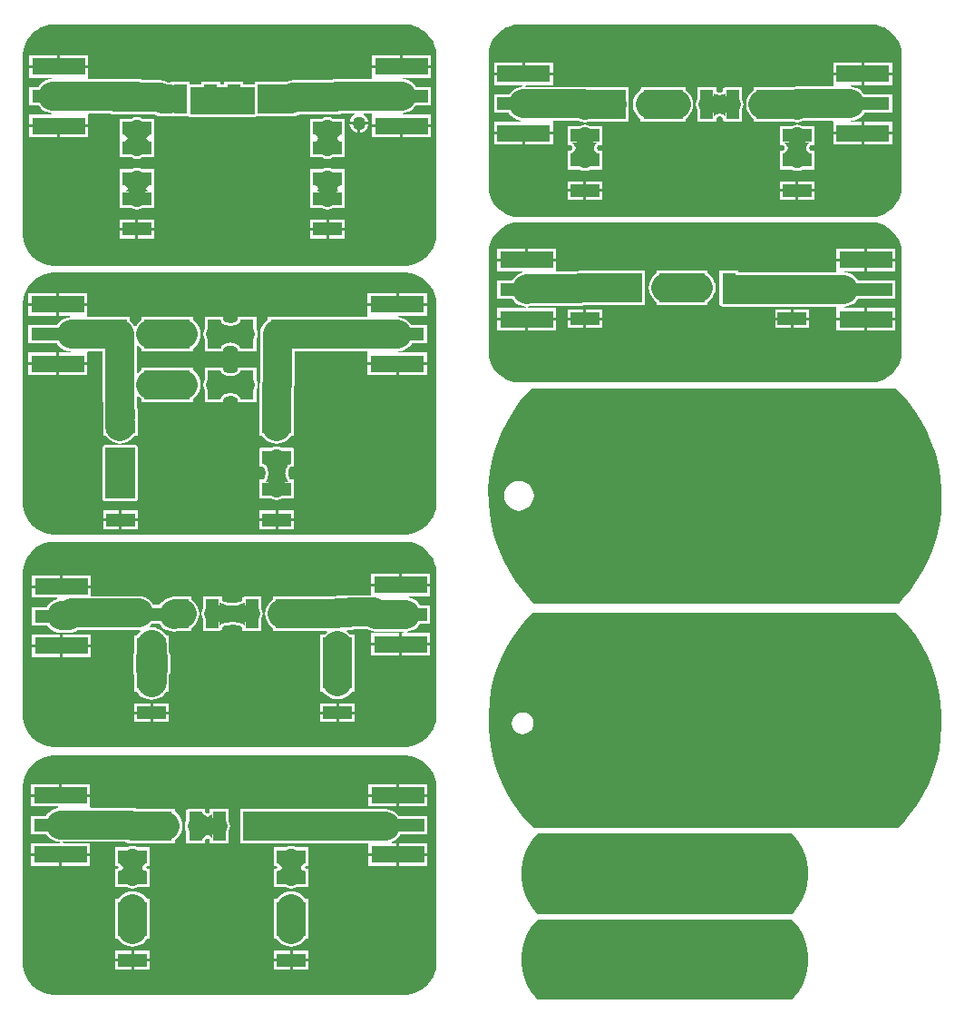
<source format=gbr>
%TF.GenerationSoftware,Altium Limited,Altium Designer,20.0.10 (225)*%
G04 Layer_Physical_Order=1*
G04 Layer_Color=255*
%FSLAX26Y26*%
%MOIN*%
%TF.FileFunction,Copper,L1,Top,Signal*%
%TF.Part,CustomerPanel*%
G01*
G75*
%TA.AperFunction,SMDPad,CuDef*%
%ADD10R,0.106299X0.049213*%
%ADD11R,0.049213X0.106299*%
%ADD12R,0.196850X0.062992*%
%ADD13R,0.196850X0.047244*%
%TA.AperFunction,Conductor*%
%ADD14C,0.105236*%
%ADD15C,0.059055*%
%TA.AperFunction,ConnectorPad*%
%ADD16R,0.196850X0.047244*%
%ADD17R,0.196850X0.062992*%
%TA.AperFunction,Conductor*%
%ADD18C,0.108779*%
%ADD19C,0.105236*%
%TA.AperFunction,ViaPad*%
%ADD20C,0.050000*%
G36*
X1699863Y3758097D02*
X1714818Y3754090D01*
X1729122Y3748165D01*
X1742531Y3740424D01*
X1754814Y3730998D01*
X1765762Y3720050D01*
X1775187Y3707767D01*
X1782929Y3694359D01*
X1788854Y3680055D01*
X1792861Y3665099D01*
X1794882Y3649749D01*
Y3642008D01*
Y2992126D01*
Y2984385D01*
X1792861Y2969035D01*
X1788854Y2954079D01*
X1782929Y2939775D01*
X1775187Y2926367D01*
X1765762Y2914084D01*
X1754814Y2903136D01*
X1742531Y2893710D01*
X1729122Y2885969D01*
X1714818Y2880044D01*
X1699863Y2876037D01*
X1684513Y2874016D01*
X1676772D01*
Y2874016D01*
X393701D01*
Y2874016D01*
X385959D01*
X370609Y2876037D01*
X355654Y2880044D01*
X341350Y2885969D01*
X327942Y2893710D01*
X315658Y2903136D01*
X304710Y2914084D01*
X295285Y2926367D01*
X287544Y2939775D01*
X281619Y2954079D01*
X277611Y2969035D01*
X275591Y2984385D01*
Y2992126D01*
X275591D01*
Y3642008D01*
Y3649749D01*
X277611Y3665099D01*
X281619Y3680055D01*
X287544Y3694359D01*
X295285Y3707767D01*
X304710Y3720050D01*
X315658Y3730998D01*
X327941Y3740424D01*
X341350Y3748165D01*
X355654Y3754090D01*
X370609Y3758097D01*
X385959Y3760118D01*
X393701D01*
Y3760118D01*
X1676772D01*
X1684513Y3760118D01*
X1699863Y3758097D01*
D02*
G37*
G36*
X3410613Y3758097D02*
X3425569Y3754090D01*
X3439873Y3748165D01*
X3453281Y3740424D01*
X3465564Y3730999D01*
X3476512Y3720051D01*
X3485938Y3707767D01*
X3493679Y3694359D01*
X3499604Y3680055D01*
X3503611Y3665100D01*
X3505632Y3649749D01*
Y3161826D01*
X3503611Y3146476D01*
X3499604Y3131520D01*
X3493679Y3117216D01*
X3485938Y3103808D01*
X3476512Y3091524D01*
X3465564Y3080577D01*
X3453281Y3071151D01*
X3439873Y3063410D01*
X3425569Y3057485D01*
X3410613Y3053478D01*
X3395263Y3051457D01*
X2096710D01*
X2081359Y3053478D01*
X2066404Y3057485D01*
X2052100Y3063410D01*
X2038692Y3071151D01*
X2026408Y3080577D01*
X2015460Y3091524D01*
X2006035Y3103808D01*
X1998294Y3117216D01*
X1992369Y3131520D01*
X1988362Y3146476D01*
X1986341Y3161826D01*
Y3649749D01*
X1988362Y3665100D01*
X1992369Y3680055D01*
X1998294Y3694359D01*
X2006035Y3707767D01*
X2015460Y3720051D01*
X2026408Y3730999D01*
X2038692Y3740424D01*
X2052100Y3748165D01*
X2066404Y3754090D01*
X2081359Y3758097D01*
X2096710Y3760118D01*
X3395263D01*
X3410613Y3758097D01*
D02*
G37*
G36*
X1699863Y2845617D02*
X1714818Y2841610D01*
X1729122Y2835685D01*
X1742531Y2827943D01*
X1754814Y2818518D01*
X1765762Y2807570D01*
X1775187Y2795287D01*
X1782929Y2781878D01*
X1788854Y2767574D01*
X1792861Y2752619D01*
X1794882Y2737269D01*
Y2729528D01*
Y2003858D01*
Y1996117D01*
X1792861Y1980767D01*
X1788854Y1965811D01*
X1782929Y1951507D01*
X1775187Y1938099D01*
X1765762Y1925816D01*
X1754814Y1914868D01*
X1742531Y1905442D01*
X1729122Y1897701D01*
X1714818Y1891776D01*
X1699863Y1887769D01*
X1684513Y1885748D01*
X1676772D01*
Y1885748D01*
X393701Y1885748D01*
X385959D01*
X370609Y1887769D01*
X355654Y1891776D01*
X341350Y1897701D01*
X327941Y1905442D01*
X315658Y1914868D01*
X304710Y1925816D01*
X295285Y1938099D01*
X287544Y1951507D01*
X281619Y1965811D01*
X277611Y1980767D01*
X275591Y1996117D01*
Y2003858D01*
Y2729528D01*
Y2737269D01*
X277611Y2752619D01*
X281619Y2767574D01*
X287544Y2781878D01*
X295285Y2795287D01*
X304710Y2807570D01*
X315658Y2818518D01*
X327941Y2827943D01*
X341350Y2835685D01*
X355654Y2841610D01*
X370609Y2845617D01*
X385959Y2847638D01*
X393701D01*
Y2847638D01*
X1676772Y2847638D01*
X1684513D01*
X1699863Y2845617D01*
D02*
G37*
G36*
X3410613Y3031719D02*
X3425569Y3027712D01*
X3439873Y3021787D01*
X3453281Y3014046D01*
X3465564Y3004620D01*
X3476512Y2993673D01*
X3485938Y2981389D01*
X3493679Y2967981D01*
X3499604Y2953677D01*
X3503611Y2938722D01*
X3505632Y2923371D01*
Y2915630D01*
Y2562717D01*
Y2554975D01*
X3503611Y2539625D01*
X3499604Y2524670D01*
X3493679Y2510366D01*
X3485938Y2496957D01*
X3476512Y2484674D01*
X3465564Y2473726D01*
X3453281Y2464301D01*
X3439873Y2456559D01*
X3425569Y2450635D01*
X3410613Y2446627D01*
X3395263Y2444606D01*
X2096710D01*
X2081359Y2446627D01*
X2066404Y2450635D01*
X2052100Y2456559D01*
X2038692Y2464301D01*
X2026408Y2473726D01*
X2015460Y2484674D01*
X2006035Y2496957D01*
X1998294Y2510366D01*
X1992369Y2524670D01*
X1988362Y2539625D01*
X1986341Y2554975D01*
Y2562717D01*
Y2915630D01*
Y2923371D01*
X1988362Y2938722D01*
X1992369Y2953677D01*
X1998294Y2967981D01*
X2006035Y2981389D01*
X2015460Y2993673D01*
X2026408Y3004620D01*
X2038692Y3014046D01*
X2052100Y3021787D01*
X2066404Y3027712D01*
X2081359Y3031719D01*
X2096710Y3033740D01*
X3395263D01*
X3410613Y3031719D01*
D02*
G37*
G36*
X1699863Y1858727D02*
X1714818Y1854720D01*
X1729122Y1848795D01*
X1742531Y1841054D01*
X1754814Y1831628D01*
X1765762Y1820680D01*
X1775187Y1808397D01*
X1782929Y1794989D01*
X1788854Y1780685D01*
X1792861Y1765729D01*
X1794882Y1750379D01*
Y1742638D01*
Y1223858D01*
Y1216117D01*
X1792861Y1200767D01*
X1788854Y1185812D01*
X1782929Y1171507D01*
X1775187Y1158099D01*
X1765762Y1145816D01*
X1754814Y1134868D01*
X1742531Y1125443D01*
X1729122Y1117701D01*
X1714818Y1111776D01*
X1699863Y1107769D01*
X1684513Y1105748D01*
X1676772Y1105748D01*
X393701Y1105748D01*
X385959D01*
X370609Y1107769D01*
X355654Y1111776D01*
X341350Y1117701D01*
X327942Y1125443D01*
X315658Y1134868D01*
X304710Y1145816D01*
X295285Y1158099D01*
X287544Y1171507D01*
X281619Y1185812D01*
X277611Y1200767D01*
X275591Y1216117D01*
Y1223858D01*
X275591Y1742638D01*
X275591D01*
Y1750379D01*
X277611Y1765729D01*
X281619Y1780685D01*
X287544Y1794989D01*
X295285Y1808397D01*
X304710Y1820680D01*
X315658Y1831628D01*
X327942Y1841054D01*
X341350Y1848795D01*
X355654Y1854720D01*
X370609Y1858727D01*
X385959Y1860748D01*
X393701Y1860748D01*
X1676772Y1860748D01*
X1684513D01*
X1699863Y1858727D01*
D02*
G37*
G36*
X3499299Y2408417D02*
X3528229Y2375399D01*
X3554480Y2340213D01*
X3577890Y2303076D01*
X3598313Y2264216D01*
X3615625Y2223874D01*
X3629718Y2182298D01*
X3640506Y2139745D01*
X3647921Y2096476D01*
X3651919Y2052759D01*
X3652475Y2008863D01*
X3649585Y1965059D01*
X3643267Y1921616D01*
X3633560Y1878803D01*
X3620523Y1836884D01*
X3604238Y1796117D01*
X3584805Y1756753D01*
X3562343Y1719035D01*
X3536991Y1683196D01*
X3508906Y1649456D01*
X3496832Y1637073D01*
X3493582Y1633740D01*
Y1633740D01*
X3493582Y1633740D01*
X2155000Y1633740D01*
X2139284Y1649063D01*
X2110353Y1682081D01*
X2084102Y1717267D01*
X2060693Y1754404D01*
X2040269Y1793264D01*
X2022958Y1833606D01*
X2008865Y1875182D01*
X1998077Y1917735D01*
X1990661Y1961004D01*
X1986663Y2004721D01*
X1986108Y2048617D01*
X1988998Y2092421D01*
X1995316Y2135864D01*
X2005023Y2178677D01*
X2018059Y2220596D01*
X2034344Y2261363D01*
X2053777Y2300727D01*
X2076239Y2338445D01*
X2101591Y2374285D01*
X2129677Y2408024D01*
X2145000Y2423740D01*
X3483583D01*
X3499299Y2408417D01*
D02*
G37*
G36*
X1699863Y1073727D02*
X1714818Y1069720D01*
X1729122Y1063795D01*
X1742531Y1056054D01*
X1754814Y1046628D01*
X1765762Y1035680D01*
X1775187Y1023397D01*
X1782929Y1009989D01*
X1788854Y995685D01*
X1792861Y980730D01*
X1794882Y965379D01*
Y306117D01*
X1792861Y290767D01*
X1788854Y275812D01*
X1782929Y261507D01*
X1775187Y248099D01*
X1765762Y235816D01*
X1754814Y224868D01*
X1742531Y215442D01*
X1729122Y207701D01*
X1714818Y201776D01*
X1699863Y197769D01*
X1684513Y195748D01*
X1676772D01*
Y195748D01*
X393701Y195748D01*
X385959Y195748D01*
X370609Y197769D01*
X355654Y201776D01*
X341350Y207701D01*
X327941Y215442D01*
X315658Y224868D01*
X304710Y235816D01*
X295285Y248099D01*
X287544Y261507D01*
X281619Y275811D01*
X277611Y290767D01*
X275591Y306117D01*
Y965379D01*
X277611Y980729D01*
X281619Y995685D01*
X287544Y1009989D01*
X295285Y1023397D01*
X304710Y1035680D01*
X315658Y1046628D01*
X327941Y1056054D01*
X341350Y1063795D01*
X355654Y1069720D01*
X370609Y1073727D01*
X385959Y1075748D01*
X393701D01*
Y1075748D01*
X1676772Y1075748D01*
X1684513Y1075748D01*
X1699863Y1073727D01*
D02*
G37*
G36*
X3485976Y1598740D02*
X3485976Y1598740D01*
X3485976D01*
X3501610Y1583324D01*
X3530361Y1550132D01*
X3556421Y1514788D01*
X3579626Y1477508D01*
X3599835Y1438522D01*
X3616923Y1398070D01*
X3630785Y1356403D01*
X3641334Y1313776D01*
X3648507Y1270453D01*
X3652259Y1226701D01*
X3652566Y1182789D01*
X3649427Y1138989D01*
X3642861Y1095570D01*
X3632909Y1052800D01*
X3619631Y1010943D01*
X3603111Y970256D01*
X3583449Y930991D01*
X3560767Y893390D01*
X3535205Y857684D01*
X3506920Y824094D01*
X3491504Y808461D01*
X2152928D01*
X2137295Y823877D01*
X2108543Y857068D01*
X2082484Y892413D01*
X2059278Y929693D01*
X2039069Y968679D01*
X2021981Y1009131D01*
X2008120Y1050798D01*
X1997570Y1093425D01*
X1990397Y1136748D01*
X1986646Y1180500D01*
X1986339Y1224411D01*
X1989478Y1268212D01*
X1996044Y1311631D01*
X2005996Y1354400D01*
X2019273Y1396258D01*
X2035794Y1436944D01*
X2055455Y1476209D01*
X2078137Y1513811D01*
X2103699Y1549516D01*
X2131984Y1583106D01*
X2147401Y1598740D01*
X3485976Y1598740D01*
D02*
G37*
G36*
X3099955Y788700D02*
X3099955Y788701D01*
X3099955D01*
X3109622Y779033D01*
X3126269Y757339D01*
X3139941Y733659D01*
X3150405Y708396D01*
X3157482Y681983D01*
X3161051Y654873D01*
Y627529D01*
X3157482Y600418D01*
X3150405Y574006D01*
X3139941Y548743D01*
X3126269Y525062D01*
X3109622Y503368D01*
X3099955Y493701D01*
X2167396D01*
X2157728Y503368D01*
X2141082Y525062D01*
X2127410Y548743D01*
X2116945Y574006D01*
X2109868Y600418D01*
X2106299Y627529D01*
Y654873D01*
X2109868Y681983D01*
X2116945Y708396D01*
X2127410Y733659D01*
X2141082Y757339D01*
X2157728Y779033D01*
X2167396Y788701D01*
X3095269Y788701D01*
X3099955Y788700D01*
D02*
G37*
G36*
Y473740D02*
X3099955Y473740D01*
X3099955D01*
X3109622Y464072D01*
X3126269Y442379D01*
X3139941Y418698D01*
X3150405Y393435D01*
X3157482Y367023D01*
X3161051Y339912D01*
Y312568D01*
X3157482Y285458D01*
X3150405Y259045D01*
X3139941Y233782D01*
X3126269Y210101D01*
X3109622Y188408D01*
X3099955Y178740D01*
X2167396D01*
X2157728Y188408D01*
X2141082Y210101D01*
X2127410Y233782D01*
X2116945Y259045D01*
X2109868Y285458D01*
X2106299Y312568D01*
Y339912D01*
X2109868Y367023D01*
X2116945Y393435D01*
X2127410Y418698D01*
X2141082Y442379D01*
X2157728Y464072D01*
X2167396Y473740D01*
X3095269Y473740D01*
X3099955Y473740D01*
D02*
G37*
%LPC*%
G36*
X515906Y3647032D02*
X412481D01*
Y3610536D01*
X515906D01*
Y3647032D01*
D02*
G37*
G36*
X402481D02*
X299055D01*
Y3610536D01*
X402481D01*
Y3647032D01*
D02*
G37*
G36*
X1774961D02*
X1671535D01*
Y3610536D01*
X1774961D01*
Y3647032D01*
D02*
G37*
G36*
X1661535D02*
X1558110D01*
Y3610536D01*
X1661535D01*
Y3647032D01*
D02*
G37*
G36*
X515906Y3600536D02*
X407481D01*
X299055D01*
Y3564040D01*
X381670D01*
X381916Y3559040D01*
X373315Y3558193D01*
X361512Y3554612D01*
X350634Y3548797D01*
X341099Y3540972D01*
X333274Y3531438D01*
X332560Y3530102D01*
X299055D01*
Y3462858D01*
X332560D01*
X333274Y3461523D01*
X341099Y3451989D01*
X350634Y3444164D01*
X361512Y3438349D01*
X373315Y3434769D01*
X381916Y3433921D01*
X381670Y3428921D01*
X299055D01*
Y3392425D01*
X407480D01*
X515906D01*
Y3428559D01*
X515906Y3428921D01*
X516779Y3433559D01*
X591148D01*
X591512Y3433365D01*
X603315Y3429784D01*
X615591Y3428575D01*
X758772D01*
X762929Y3426353D01*
X774733Y3422772D01*
X787008Y3421563D01*
X787009Y3421563D01*
X814488D01*
X817741Y3421884D01*
X818346Y3421335D01*
Y3421335D01*
X885736D01*
X886689Y3420698D01*
X890591Y3419922D01*
X968297D01*
X968956Y3420053D01*
X969628Y3420010D01*
X970591Y3420136D01*
X971554Y3420010D01*
X972225Y3420053D01*
X972885Y3419922D01*
X1097681D01*
X1098341Y3420053D01*
X1099012Y3420010D01*
X1099975Y3420136D01*
X1100938Y3420010D01*
X1101610Y3420053D01*
X1102269Y3419922D01*
X1127402D01*
X1131303Y3420698D01*
X1132256Y3421335D01*
X1196614D01*
Y3422095D01*
X1262741D01*
X1275016Y3423304D01*
X1286820Y3426885D01*
X1289983Y3428575D01*
X1395591D01*
X1400988Y3429107D01*
X1424666D01*
X1436941Y3430316D01*
X1447634Y3433559D01*
X1493120D01*
X1494115Y3428559D01*
X1492940Y3428073D01*
X1485628Y3422463D01*
X1480018Y3415151D01*
X1476492Y3406637D01*
X1475947Y3402500D01*
X1545234D01*
X1544690Y3406637D01*
X1541163Y3415151D01*
X1535553Y3422463D01*
X1528242Y3428073D01*
X1527066Y3428559D01*
X1528061Y3433559D01*
X1557236D01*
X1558110Y3428921D01*
X1558110Y3428559D01*
Y3392425D01*
X1666535D01*
X1774961D01*
Y3428921D01*
X1670456D01*
X1670210Y3433921D01*
X1678811Y3434769D01*
X1690614Y3438349D01*
X1701493Y3444164D01*
X1711027Y3451989D01*
X1718852Y3461523D01*
X1719566Y3462858D01*
X1774961D01*
Y3530102D01*
X1719566D01*
X1718852Y3531438D01*
X1711027Y3540972D01*
X1701493Y3548797D01*
X1690614Y3554612D01*
X1678811Y3558193D01*
X1670210Y3559040D01*
X1670456Y3564040D01*
X1774961D01*
Y3600536D01*
X1666535D01*
X1558110D01*
Y3564402D01*
X1558110Y3564040D01*
X1557236Y3559401D01*
X1429119D01*
X1429118Y3559402D01*
X1416843Y3558193D01*
X1406150Y3554949D01*
X1396123D01*
X1396122Y3554949D01*
X1390724Y3554417D01*
X1269221D01*
X1256946Y3553208D01*
X1245142Y3549628D01*
X1241980Y3547937D01*
X1190488D01*
X1187411Y3547634D01*
X1127402D01*
Y3540314D01*
X1084409D01*
Y3547634D01*
X1015197D01*
Y3540314D01*
X999764D01*
Y3547634D01*
X930551D01*
Y3540314D01*
X890591D01*
X887559Y3542802D01*
Y3547634D01*
X818346D01*
Y3547634D01*
X817741Y3547085D01*
X814488Y3547405D01*
X808233D01*
X804075Y3549628D01*
X792272Y3553208D01*
X779996Y3554417D01*
X718242D01*
X717878Y3554612D01*
X706074Y3558193D01*
X693799Y3559401D01*
X516779D01*
X515906Y3564040D01*
X515906Y3564402D01*
Y3600536D01*
D02*
G37*
G36*
X1545234Y3392500D02*
X1515591D01*
Y3362856D01*
X1519727Y3363401D01*
X1528242Y3366928D01*
X1535553Y3372538D01*
X1541163Y3379849D01*
X1544690Y3388363D01*
X1545234Y3392500D01*
D02*
G37*
G36*
X1505591D02*
X1475947D01*
X1476492Y3388363D01*
X1480018Y3379849D01*
X1485628Y3372538D01*
X1492940Y3366928D01*
X1501454Y3363401D01*
X1505591Y3362856D01*
Y3392500D01*
D02*
G37*
G36*
X1774961Y3382425D02*
X1671535D01*
Y3345929D01*
X1774961D01*
Y3382425D01*
D02*
G37*
G36*
X1661535D02*
X1558110D01*
Y3345929D01*
X1661535D01*
Y3382425D01*
D02*
G37*
G36*
X515906Y3382425D02*
X412480D01*
Y3345929D01*
X515906D01*
Y3382425D01*
D02*
G37*
G36*
X402480D02*
X299055D01*
Y3345929D01*
X402480D01*
Y3382425D01*
D02*
G37*
G36*
X1395591Y3419160D02*
X1385272Y3417802D01*
X1375847Y3413898D01*
X1332441D01*
Y3344685D01*
X1332441Y3344685D01*
Y3340193D01*
X1332441D01*
X1332441Y3339685D01*
Y3270980D01*
X1375847D01*
X1385272Y3267077D01*
X1395591Y3265718D01*
X1405909Y3267077D01*
X1415334Y3270980D01*
X1458740D01*
Y3339685D01*
X1458740Y3340193D01*
X1458740D01*
Y3344685D01*
X1458740D01*
Y3413898D01*
X1415334D01*
X1405909Y3417802D01*
X1395591Y3419160D01*
D02*
G37*
G36*
X694331D02*
X684012Y3417802D01*
X674587Y3413898D01*
X631181D01*
Y3344685D01*
X631181Y3344685D01*
Y3340193D01*
X631181D01*
X631181Y3339685D01*
Y3270980D01*
X674587D01*
X684012Y3267077D01*
X694331Y3265718D01*
X703934Y3266983D01*
X704650Y3267077D01*
X714074Y3270980D01*
X757480D01*
Y3339685D01*
X757481Y3340193D01*
X757481D01*
Y3344685D01*
X757480D01*
Y3413898D01*
X714074D01*
X704650Y3417802D01*
X694331Y3419160D01*
D02*
G37*
G36*
X1395591Y3233251D02*
X1385272Y3231892D01*
X1375847Y3227988D01*
X1332441D01*
Y3217988D01*
Y3158776D01*
X1332441Y3158776D01*
Y3155193D01*
X1332441D01*
X1332441Y3153776D01*
Y3085980D01*
X1375847D01*
X1385272Y3082077D01*
X1395591Y3080718D01*
X1405909Y3082077D01*
X1415334Y3085980D01*
X1458740D01*
Y3153776D01*
X1458740Y3155193D01*
X1458740D01*
Y3158776D01*
X1458740D01*
Y3217988D01*
Y3227988D01*
X1415334D01*
X1405909Y3231892D01*
X1395591Y3233251D01*
D02*
G37*
G36*
X694331D02*
X684012Y3231892D01*
X674587Y3227988D01*
X631181D01*
Y3158776D01*
X631181Y3158776D01*
Y3155193D01*
X631181D01*
X631181Y3153776D01*
Y3085980D01*
X674587D01*
X684012Y3082077D01*
X694331Y3080718D01*
X704650Y3082077D01*
X714074Y3085980D01*
X757480D01*
Y3153776D01*
X757481Y3155193D01*
X757481D01*
Y3158776D01*
X757480D01*
Y3227988D01*
X714074D01*
X704650Y3231892D01*
X694331Y3233251D01*
D02*
G37*
G36*
X1458740Y3042988D02*
X1400591D01*
Y3037622D01*
Y3013382D01*
X1458740D01*
Y3041149D01*
Y3042988D01*
D02*
G37*
G36*
X757480D02*
X699331D01*
Y3013382D01*
X757480D01*
Y3042988D01*
D02*
G37*
G36*
X1390591D02*
X1332441D01*
Y3013382D01*
X1390591D01*
Y3042988D01*
D02*
G37*
G36*
X689331D02*
X631181D01*
Y3035489D01*
Y3013382D01*
X689331D01*
Y3042988D01*
D02*
G37*
G36*
X1458740Y3003382D02*
X1400591D01*
Y2973776D01*
X1458740D01*
Y3003382D01*
D02*
G37*
G36*
X1390591D02*
X1332441D01*
Y2973776D01*
X1390591D01*
Y3003382D01*
D02*
G37*
G36*
X757480D02*
X699331D01*
Y2973776D01*
X757480D01*
Y3003382D01*
D02*
G37*
G36*
X689331D02*
X631181D01*
Y2973776D01*
X689331D01*
Y3003382D01*
D02*
G37*
%LPD*%
G36*
X1127402Y3430118D02*
X1102269D01*
X1099975Y3430420D01*
X1097681Y3430118D01*
X972885D01*
X970591Y3430420D01*
X968297Y3430118D01*
X890591D01*
Y3530118D01*
X1127402D01*
Y3430118D01*
D02*
G37*
G36*
X1425315Y3369940D02*
X1426817Y3354925D01*
X1444809D01*
X1441068Y3354432D01*
X1437720Y3352952D01*
X1434767Y3350485D01*
X1432207Y3347031D01*
X1430041Y3342591D01*
X1430006Y3342484D01*
X1430041Y3342378D01*
X1432207Y3337948D01*
X1434767Y3334503D01*
X1437720Y3332042D01*
X1441068Y3330565D01*
X1444809Y3330073D01*
X1426800D01*
X1425906Y3323349D01*
X1425315Y3314961D01*
X1425118Y3305587D01*
X1366063D01*
X1365866Y3314961D01*
X1364358Y3330073D01*
X1346372D01*
X1350113Y3330565D01*
X1353461Y3332042D01*
X1356415Y3334503D01*
X1358974Y3337948D01*
X1361140Y3342378D01*
X1361175Y3342484D01*
X1361140Y3342591D01*
X1358974Y3347031D01*
X1356415Y3350485D01*
X1353461Y3352952D01*
X1350113Y3354432D01*
X1346372Y3354925D01*
X1364389D01*
X1365275Y3361573D01*
X1365866Y3369940D01*
X1366063Y3379291D01*
X1425118D01*
X1425315Y3369940D01*
D02*
G37*
G36*
X724055D02*
X725557Y3354925D01*
X743549D01*
X739808Y3354432D01*
X736461Y3352952D01*
X733507Y3350485D01*
X730947Y3347031D01*
X728781Y3342591D01*
X728746Y3342484D01*
X728781Y3342378D01*
X730947Y3337948D01*
X733507Y3334503D01*
X736461Y3332042D01*
X739808Y3330565D01*
X743549Y3330073D01*
X725540D01*
X724646Y3323349D01*
X724055Y3314961D01*
X723858Y3305587D01*
X664803D01*
X664606Y3314961D01*
X663099Y3330073D01*
X645112D01*
X648854Y3330565D01*
X652201Y3332042D01*
X655155Y3334503D01*
X657715Y3337948D01*
X659880Y3342378D01*
X659915Y3342484D01*
X659880Y3342591D01*
X657715Y3347031D01*
X655155Y3350485D01*
X652201Y3352952D01*
X648854Y3354432D01*
X645112Y3354925D01*
X663129D01*
X664016Y3361573D01*
X664606Y3369940D01*
X664803Y3379291D01*
X723858D01*
X724055Y3369940D01*
D02*
G37*
G36*
X1425306Y3184203D02*
X1426782Y3169016D01*
X1443900D01*
X1440331Y3168531D01*
X1437138Y3167079D01*
X1434321Y3164657D01*
X1431880Y3161267D01*
X1429871Y3157030D01*
X1431880Y3152802D01*
X1434321Y3149421D01*
X1437138Y3147005D01*
X1440331Y3145556D01*
X1443900Y3145073D01*
X1426781D01*
X1425869Y3138021D01*
X1425306Y3129788D01*
X1425118Y3120587D01*
X1366063D01*
X1365875Y3129788D01*
X1364393Y3145073D01*
X1347282D01*
X1350850Y3145556D01*
X1354043Y3147005D01*
X1356860Y3149421D01*
X1359302Y3152802D01*
X1361310Y3157030D01*
X1359302Y3161267D01*
X1356860Y3164657D01*
X1354043Y3167079D01*
X1350850Y3168531D01*
X1347282Y3169016D01*
X1364408D01*
X1365312Y3175991D01*
X1365875Y3184203D01*
X1366063Y3193382D01*
X1425118D01*
X1425306Y3184203D01*
D02*
G37*
G36*
X724046D02*
X725522Y3169016D01*
X742640D01*
X739071Y3168531D01*
X735879Y3167079D01*
X733061Y3164657D01*
X730620Y3161267D01*
X728611Y3157030D01*
X730620Y3152802D01*
X733061Y3149421D01*
X735879Y3147005D01*
X739071Y3145556D01*
X742640Y3145073D01*
X725521D01*
X724610Y3138021D01*
X724046Y3129788D01*
X723858Y3120587D01*
X664803D01*
X664615Y3129788D01*
X663134Y3145073D01*
X646022D01*
X649590Y3145556D01*
X652783Y3147005D01*
X655600Y3149421D01*
X658042Y3152802D01*
X660051Y3157030D01*
X658042Y3161267D01*
X655600Y3164657D01*
X652783Y3167079D01*
X649590Y3168531D01*
X646022Y3169016D01*
X663148D01*
X664052Y3175991D01*
X664615Y3184203D01*
X664803Y3193382D01*
X723858D01*
X724046Y3184203D01*
D02*
G37*
%LPC*%
G36*
X2223113Y3619114D02*
X2119687D01*
Y3582619D01*
X2223113D01*
Y3619114D01*
D02*
G37*
G36*
X2109687D02*
X2006262D01*
Y3582619D01*
X2109687D01*
Y3619114D01*
D02*
G37*
G36*
X3470356D02*
X3366931D01*
Y3582618D01*
X3470356D01*
Y3619114D01*
D02*
G37*
G36*
X3356931D02*
X3253506D01*
Y3582618D01*
X3356931D01*
Y3619114D01*
D02*
G37*
G36*
X3470356Y3572618D02*
X3366931D01*
Y3536122D01*
X3470356D01*
Y3572618D01*
D02*
G37*
G36*
X2651795Y3529131D02*
X2651766Y3529125D01*
X2651737Y3529131D01*
X2619487Y3528946D01*
X2614490Y3529055D01*
Y3529055D01*
X2605621D01*
X2605473Y3529071D01*
X2605290Y3529055D01*
X2604752D01*
X2604370Y3529131D01*
X2603989Y3529055D01*
X2545278D01*
Y3518410D01*
X2544927Y3518223D01*
X2535392Y3510398D01*
X2527567Y3500863D01*
X2521753Y3489985D01*
X2518172Y3478181D01*
X2516963Y3465906D01*
X2518172Y3453630D01*
X2521753Y3441827D01*
X2527567Y3430948D01*
X2535392Y3421414D01*
X2544927Y3413589D01*
X2545278Y3413401D01*
Y3402756D01*
X2603989D01*
X2604370Y3402680D01*
X2604400Y3402686D01*
X2604429Y3402680D01*
X2636679Y3402865D01*
X2641675Y3402756D01*
Y3402756D01*
X2650545D01*
X2650693Y3402740D01*
X2650876Y3402756D01*
X2651414D01*
X2651795Y3402680D01*
X2652177Y3402756D01*
X2710888D01*
Y3413401D01*
X2711239Y3413589D01*
X2720774Y3421414D01*
X2728599Y3430948D01*
X2734413Y3441827D01*
X2737994Y3453630D01*
X2739203Y3465906D01*
X2737994Y3478181D01*
X2734413Y3489985D01*
X2728599Y3500863D01*
X2720774Y3510398D01*
X2711239Y3518223D01*
X2710888Y3518410D01*
Y3529055D01*
X2652177D01*
X2651795Y3529131D01*
D02*
G37*
G36*
X3356931Y3572618D02*
X3253506D01*
Y3536484D01*
X3253506Y3536122D01*
X3252632Y3531484D01*
X3120416D01*
X3108140Y3530275D01*
X3101632Y3528301D01*
X3030593Y3528753D01*
Y3529055D01*
X3020854D01*
X3020473Y3529131D01*
X3020091Y3529055D01*
X2961380D01*
Y3518410D01*
X2961029Y3518223D01*
X2951494Y3510398D01*
X2943669Y3500863D01*
X2937855Y3489984D01*
X2934274Y3478181D01*
X2933065Y3465906D01*
X2934274Y3453630D01*
X2937855Y3441827D01*
X2943669Y3430948D01*
X2951494Y3421414D01*
X2952026Y3420882D01*
X2961380Y3413205D01*
Y3402756D01*
X2993441D01*
X2996518Y3402453D01*
X3105676D01*
X3107609Y3401867D01*
X3119884Y3400658D01*
X3132159Y3401867D01*
X3143963Y3405447D01*
X3144327Y3405642D01*
X3252632D01*
X3253506Y3401004D01*
X3253506Y3400642D01*
Y3364508D01*
X3356931D01*
Y3401004D01*
X3318608D01*
X3318363Y3406004D01*
X3326963Y3406851D01*
X3338766Y3410432D01*
X3349644Y3416246D01*
X3359179Y3424071D01*
X3367004Y3433606D01*
X3367718Y3434941D01*
X3470356D01*
Y3502185D01*
X3367718D01*
X3367004Y3503520D01*
X3359179Y3513055D01*
X3349644Y3520880D01*
X3338766Y3526695D01*
X3326963Y3530275D01*
X3318363Y3531122D01*
X3318608Y3536122D01*
X3356931D01*
Y3572618D01*
D02*
G37*
G36*
X2859295Y3529131D02*
X2858914Y3529055D01*
X2849175D01*
Y3520181D01*
X2848789Y3517261D01*
X2848195Y3515920D01*
X2846944Y3514427D01*
X2844542Y3512652D01*
X2840705Y3510786D01*
X2836134Y3509297D01*
X2831563Y3510786D01*
X2827726Y3512652D01*
X2825324Y3514427D01*
X2824073Y3515920D01*
X2823479Y3517261D01*
X2823093Y3520181D01*
Y3529055D01*
X2813354D01*
X2812973Y3529131D01*
X2812591Y3529055D01*
X2753880D01*
Y3485649D01*
X2749976Y3476224D01*
X2748618Y3465906D01*
X2749976Y3455587D01*
X2753880Y3446162D01*
Y3402756D01*
X2812591D01*
X2812973Y3402680D01*
X2813354Y3402756D01*
X2823093D01*
Y3411631D01*
X2823479Y3414550D01*
X2824073Y3415891D01*
X2825324Y3417384D01*
X2827726Y3419160D01*
X2831563Y3421026D01*
X2836134Y3422514D01*
X2840705Y3421026D01*
X2844542Y3419160D01*
X2846944Y3417384D01*
X2848195Y3415891D01*
X2848789Y3414550D01*
X2849175Y3411631D01*
Y3402756D01*
X2858914D01*
X2859295Y3402680D01*
X2859677Y3402756D01*
X2918388D01*
Y3446162D01*
X2922292Y3455587D01*
X2923650Y3465906D01*
X2922292Y3476224D01*
X2918388Y3485649D01*
Y3529055D01*
X2859677D01*
X2859295Y3529131D01*
D02*
G37*
G36*
X2223113Y3572619D02*
X2006262D01*
Y3536122D01*
X2110767D01*
X2111012Y3531122D01*
X2102412Y3530275D01*
X2090608Y3526695D01*
X2079730Y3520880D01*
X2070195Y3513055D01*
X2062370Y3503520D01*
X2061657Y3502185D01*
X2006262D01*
Y3434941D01*
X2061657D01*
X2062370Y3433606D01*
X2070195Y3424071D01*
X2070951Y3423315D01*
X2080486Y3415490D01*
X2091364Y3409676D01*
X2103168Y3406095D01*
X2104092Y3406004D01*
X2103846Y3401004D01*
X2006262D01*
Y3364508D01*
X2223113D01*
Y3399886D01*
X2223113Y3401004D01*
X2225812Y3404886D01*
X2317656D01*
X2327609Y3401867D01*
X2339884Y3400658D01*
X2352159Y3401867D01*
X2354092Y3402453D01*
X2439668D01*
X2442744Y3402756D01*
X2502286D01*
Y3462298D01*
X2502589Y3465374D01*
X2502286Y3468450D01*
Y3529055D01*
X2433073D01*
Y3528295D01*
X2351966D01*
X2347931Y3529519D01*
X2335656Y3530728D01*
X2123286D01*
X2122580Y3531122D01*
X2123880Y3536122D01*
X2223113D01*
Y3572619D01*
D02*
G37*
G36*
X3470356Y3401004D02*
X3366931D01*
Y3364508D01*
X3470356D01*
Y3401004D01*
D02*
G37*
G36*
Y3354508D02*
X3366931D01*
Y3318012D01*
X3470356D01*
Y3354508D01*
D02*
G37*
G36*
X3356931D02*
X3253506D01*
Y3318012D01*
X3356931D01*
Y3354508D01*
D02*
G37*
G36*
X2223113Y3354508D02*
X2119687D01*
Y3318012D01*
X2223113D01*
Y3354508D01*
D02*
G37*
G36*
X2109687D02*
X2006262D01*
Y3318012D01*
X2109687D01*
Y3354508D01*
D02*
G37*
G36*
X3119884Y3391243D02*
X3109565Y3389884D01*
X3100141Y3385981D01*
X3056735D01*
Y3327269D01*
X3056659Y3326888D01*
X3056735Y3326506D01*
Y3316768D01*
X3065609D01*
X3068528Y3316382D01*
X3069869Y3315787D01*
X3071363Y3314536D01*
X3073138Y3312134D01*
X3075004Y3308298D01*
X3075618Y3306414D01*
X3075004Y3304529D01*
X3073138Y3300693D01*
X3071363Y3298291D01*
X3069869Y3297040D01*
X3068528Y3296445D01*
X3065609Y3296059D01*
X3056735D01*
Y3286321D01*
X3056659Y3285939D01*
X3056735Y3285558D01*
Y3226847D01*
X3100141D01*
X3109565Y3222943D01*
X3119884Y3221584D01*
X3130203Y3222943D01*
X3139627Y3226847D01*
X3183034D01*
Y3285558D01*
X3183110Y3285939D01*
X3183034Y3286321D01*
Y3296059D01*
X3174159D01*
X3171240Y3296445D01*
X3169899Y3297040D01*
X3168405Y3298291D01*
X3166630Y3300693D01*
X3164764Y3304529D01*
X3164151Y3306414D01*
X3164764Y3308298D01*
X3166630Y3312134D01*
X3168405Y3314536D01*
X3169899Y3315787D01*
X3171240Y3316382D01*
X3174159Y3316768D01*
X3183034D01*
Y3326506D01*
X3183110Y3326888D01*
X3183034Y3327269D01*
Y3385981D01*
X3139627D01*
X3130203Y3389884D01*
X3119884Y3391243D01*
D02*
G37*
G36*
X2339884D02*
X2329565Y3389884D01*
X2320141Y3385981D01*
X2276735D01*
Y3327269D01*
X2276659Y3326888D01*
X2276735Y3326506D01*
Y3316768D01*
X2285609D01*
X2288528Y3316382D01*
X2289869Y3315787D01*
X2291363Y3314536D01*
X2293138Y3312134D01*
X2295004Y3308298D01*
X2295618Y3306414D01*
X2295004Y3304529D01*
X2293138Y3300693D01*
X2291363Y3298291D01*
X2289869Y3297040D01*
X2288528Y3296445D01*
X2285609Y3296059D01*
X2276735D01*
Y3286321D01*
X2276659Y3285939D01*
X2276735Y3285558D01*
Y3226847D01*
X2320141D01*
X2329565Y3222943D01*
X2339884Y3221584D01*
X2350203Y3222943D01*
X2359627Y3226847D01*
X2403034D01*
Y3285558D01*
X2403110Y3285939D01*
X2403034Y3286321D01*
Y3296059D01*
X2394159D01*
X2391240Y3296445D01*
X2389899Y3297040D01*
X2388405Y3298291D01*
X2386630Y3300693D01*
X2384764Y3304529D01*
X2384151Y3306414D01*
X2384764Y3308298D01*
X2386630Y3312134D01*
X2388405Y3314536D01*
X2389899Y3315787D01*
X2391240Y3316382D01*
X2394159Y3316768D01*
X2403034D01*
Y3326506D01*
X2403110Y3326888D01*
X2403034Y3327269D01*
Y3385981D01*
X2359627D01*
X2350203Y3389884D01*
X2339884Y3391243D01*
D02*
G37*
G36*
X3183034Y3183854D02*
X3124884D01*
Y3154248D01*
X3183034D01*
Y3183854D01*
D02*
G37*
G36*
X3114884D02*
X3056735D01*
Y3154248D01*
X3114884D01*
Y3183854D01*
D02*
G37*
G36*
X2403034D02*
X2344884D01*
Y3154248D01*
X2403034D01*
Y3183854D01*
D02*
G37*
G36*
X2334884D02*
X2276735D01*
Y3154248D01*
X2334884D01*
Y3183854D01*
D02*
G37*
G36*
X3183034Y3144248D02*
X3124884D01*
Y3114642D01*
X3183034D01*
Y3144248D01*
D02*
G37*
G36*
X3114884D02*
X3056735D01*
Y3114642D01*
X3114884D01*
Y3144248D01*
D02*
G37*
G36*
X2403034D02*
X2344884D01*
Y3114642D01*
X2403034D01*
Y3144248D01*
D02*
G37*
G36*
X2334884D02*
X2276735D01*
Y3114642D01*
X2334884D01*
Y3144248D01*
D02*
G37*
%LPD*%
G36*
X2651795Y3518617D02*
X2676282Y3518524D01*
Y3413287D01*
X2651795Y3413147D01*
Y3412876D01*
X2651076Y3412954D01*
X2648919Y3413024D01*
X2637719Y3413067D01*
X2604370Y3412876D01*
Y3413194D01*
X2579884Y3413287D01*
Y3518524D01*
X2604370Y3518664D01*
Y3518935D01*
X2605090Y3518857D01*
X2607247Y3518787D01*
X2618447Y3518744D01*
X2651795Y3518935D01*
Y3518617D01*
D02*
G37*
G36*
X3021461Y3518756D02*
X3024428Y3518596D01*
X3119353Y3517992D01*
Y3412756D01*
X3020473Y3412876D01*
Y3518935D01*
X3021461Y3518756D01*
D02*
G37*
G36*
X2859295Y3495774D02*
X2860807Y3495668D01*
X2872028Y3495433D01*
Y3436378D01*
X2860807Y3436143D01*
X2859295Y3435993D01*
Y3412876D01*
X2858705Y3417341D01*
X2856933Y3421337D01*
X2853980Y3424862D01*
X2849847Y3427917D01*
X2844532Y3430503D01*
X2838036Y3432618D01*
X2836134Y3433025D01*
X2834233Y3432618D01*
X2827736Y3430503D01*
X2822421Y3427917D01*
X2818288Y3424862D01*
X2815335Y3421337D01*
X2813563Y3417341D01*
X2812973Y3412876D01*
Y3436037D01*
X2811461Y3436143D01*
X2800240Y3436378D01*
Y3495433D01*
X2811461Y3495668D01*
X2812973Y3495819D01*
Y3518935D01*
X2813563Y3514470D01*
X2815335Y3510474D01*
X2818288Y3506949D01*
X2822421Y3503894D01*
X2827736Y3501309D01*
X2834233Y3499193D01*
X2836134Y3498786D01*
X2838036Y3499193D01*
X2844532Y3501309D01*
X2849847Y3503894D01*
X2853980Y3506949D01*
X2856933Y3510474D01*
X2858705Y3514470D01*
X2859295Y3518935D01*
Y3495774D01*
D02*
G37*
G36*
X3149647Y3333774D02*
X3150332Y3326888D01*
X3172914D01*
X3168448Y3326297D01*
X3164453Y3324526D01*
X3160928Y3321573D01*
X3157872Y3317439D01*
X3155287Y3312124D01*
X3153428Y3306414D01*
X3155287Y3300703D01*
X3157872Y3295388D01*
X3160928Y3291254D01*
X3164453Y3288301D01*
X3168448Y3286530D01*
X3172914Y3285939D01*
X3150130D01*
X3149647Y3279053D01*
X3149412Y3267833D01*
X3090356D01*
X3090122Y3279053D01*
X3089436Y3285939D01*
X3066854D01*
X3071320Y3286530D01*
X3075315Y3288301D01*
X3078840Y3291254D01*
X3081896Y3295388D01*
X3084481Y3300703D01*
X3086340Y3306414D01*
X3084481Y3312124D01*
X3081896Y3317439D01*
X3078840Y3321573D01*
X3075315Y3324526D01*
X3071320Y3326297D01*
X3066854Y3326888D01*
X3089638D01*
X3090122Y3333774D01*
X3090356Y3344994D01*
X3149412D01*
X3149647Y3333774D01*
D02*
G37*
G36*
X2369647D02*
X2370332Y3326888D01*
X2392914D01*
X2388448Y3326297D01*
X2384453Y3324526D01*
X2380928Y3321573D01*
X2377872Y3317439D01*
X2375287Y3312124D01*
X2373428Y3306414D01*
X2375287Y3300703D01*
X2377872Y3295388D01*
X2380928Y3291254D01*
X2384453Y3288301D01*
X2388448Y3286530D01*
X2392914Y3285939D01*
X2370130D01*
X2369647Y3279053D01*
X2369412Y3267833D01*
X2310356D01*
X2310122Y3279053D01*
X2309436Y3285939D01*
X2286854D01*
X2291320Y3286530D01*
X2295315Y3288301D01*
X2298840Y3291254D01*
X2301896Y3295388D01*
X2304481Y3300703D01*
X2306340Y3306414D01*
X2304481Y3312124D01*
X2301896Y3317439D01*
X2298840Y3321573D01*
X2295315Y3324526D01*
X2291320Y3326297D01*
X2286854Y3326888D01*
X2309638D01*
X2310122Y3333774D01*
X2310356Y3344994D01*
X2369412D01*
X2369647Y3333774D01*
D02*
G37*
%LPC*%
G36*
X1759606Y2772476D02*
X1656181D01*
Y2735980D01*
X1759606D01*
Y2772476D01*
D02*
G37*
G36*
X1646181D02*
X1542756D01*
Y2735980D01*
X1646181D01*
Y2772476D01*
D02*
G37*
G36*
X512362D02*
X408937D01*
Y2735980D01*
X512362D01*
Y2772476D01*
D02*
G37*
G36*
X398937D02*
X295512D01*
Y2735980D01*
X398937D01*
Y2772476D01*
D02*
G37*
G36*
X1759606Y2725980D02*
X1651181D01*
X1542756D01*
Y2689485D01*
X1542756D01*
X1541882Y2684846D01*
X1289381D01*
X1245118Y2684940D01*
Y2685075D01*
X1236398D01*
X1235754Y2685123D01*
X1235373Y2685076D01*
X1234998Y2685151D01*
X1234617Y2685075D01*
X1175906D01*
Y2674430D01*
X1175555Y2674242D01*
X1166020Y2666417D01*
X1158195Y2656882D01*
X1152380Y2646004D01*
X1148800Y2634201D01*
X1147591Y2621925D01*
Y2450199D01*
X1147127Y2448669D01*
X1145918Y2436394D01*
Y2394849D01*
X1145456Y2317634D01*
X1145158D01*
Y2307896D01*
X1145082Y2307514D01*
X1145158Y2307132D01*
Y2248421D01*
X1155803D01*
X1155990Y2248070D01*
X1163815Y2238536D01*
X1173350Y2230711D01*
X1184228Y2224896D01*
X1196032Y2221316D01*
X1208307Y2220107D01*
X1220582Y2221316D01*
X1232386Y2224896D01*
X1243264Y2230711D01*
X1252799Y2238536D01*
X1253331Y2239067D01*
X1261007Y2248421D01*
X1271457D01*
Y2280483D01*
X1271760Y2283559D01*
Y2423120D01*
X1272224Y2424650D01*
X1273433Y2436925D01*
Y2558850D01*
X1312859Y2559004D01*
X1541882D01*
X1542756Y2554366D01*
X1542756D01*
Y2554004D01*
Y2517870D01*
X1651181D01*
X1759606D01*
Y2554366D01*
X1655102D01*
X1654857Y2559366D01*
X1663456Y2560213D01*
X1675260Y2563794D01*
X1686138Y2569608D01*
X1695673Y2577433D01*
X1703498Y2586968D01*
X1704212Y2588303D01*
X1759606D01*
Y2655547D01*
X1704212D01*
X1703498Y2656882D01*
X1695673Y2666417D01*
X1686138Y2674242D01*
X1675260Y2680057D01*
X1663456Y2683637D01*
X1654857Y2684484D01*
X1655102Y2689484D01*
X1759606D01*
Y2725980D01*
D02*
G37*
G36*
X398937Y2725980D02*
X295512D01*
Y2689484D01*
X398937D01*
Y2725980D01*
D02*
G37*
G36*
X1073821Y2685151D02*
X1073439Y2685075D01*
X1063701D01*
Y2676200D01*
X1063315Y2673281D01*
X1062720Y2671940D01*
X1061469Y2670447D01*
X1059067Y2668671D01*
X1055231Y2666805D01*
X1049908Y2665072D01*
X1043305Y2663657D01*
X1037367Y2663066D01*
X1033176Y2663622D01*
X1026411Y2665072D01*
X1021088Y2666805D01*
X1017252Y2668671D01*
X1014850Y2670447D01*
X1013599Y2671940D01*
X1013004Y2673281D01*
X1012618Y2676200D01*
Y2685075D01*
X1002880D01*
X1002498Y2685151D01*
X1002116Y2685075D01*
X943405D01*
Y2641669D01*
X939502Y2632244D01*
X938143Y2621925D01*
X939502Y2611606D01*
X943405Y2602182D01*
Y2558776D01*
X1002116D01*
X1002498Y2558700D01*
X1002880Y2558776D01*
X1012618D01*
Y2567650D01*
X1013004Y2570570D01*
X1013599Y2571911D01*
X1014850Y2573404D01*
X1017252Y2575179D01*
X1021088Y2577045D01*
X1026411Y2578779D01*
X1033013Y2580193D01*
X1038952Y2580784D01*
X1043142Y2580228D01*
X1049908Y2578779D01*
X1055231Y2577045D01*
X1059067Y2575179D01*
X1061469Y2573404D01*
X1062720Y2571911D01*
X1063315Y2570570D01*
X1063701Y2567650D01*
Y2558776D01*
X1073439D01*
X1073821Y2558700D01*
X1074202Y2558776D01*
X1132913D01*
Y2602182D01*
X1136817Y2611606D01*
X1138176Y2621925D01*
X1136817Y2632244D01*
X1132913Y2641669D01*
Y2685075D01*
X1074202D01*
X1073821Y2685151D01*
D02*
G37*
G36*
X512362Y2725980D02*
X408937D01*
Y2689484D01*
X449386D01*
X449632Y2684484D01*
X441032Y2683637D01*
X429228Y2680057D01*
X418350Y2674242D01*
X408815Y2666417D01*
X400990Y2656882D01*
X400276Y2655547D01*
X295512D01*
Y2588303D01*
X400276D01*
X400990Y2586968D01*
X408815Y2577433D01*
X418350Y2569608D01*
X429228Y2563794D01*
X441032Y2560213D01*
X449632Y2559366D01*
X449386Y2554366D01*
X408937D01*
Y2517870D01*
X512362D01*
Y2554366D01*
X512362D01*
X513236Y2559004D01*
X554438D01*
X567355Y2558977D01*
Y2437457D01*
X567407Y2436925D01*
X567355Y2436394D01*
Y2389193D01*
X567999Y2382650D01*
X568563Y2376918D01*
X569855Y2372662D01*
Y2371657D01*
Y2283559D01*
X570158Y2280483D01*
Y2248421D01*
X580607D01*
X581035Y2247900D01*
X588284Y2239067D01*
X597818Y2231242D01*
X608697Y2225428D01*
X620500Y2221847D01*
X632776Y2220638D01*
X645051Y2221847D01*
X656855Y2225428D01*
X667733Y2231242D01*
X677268Y2239067D01*
X684944Y2248421D01*
X696457D01*
Y2307132D01*
X696533Y2307514D01*
X696521Y2307575D01*
X696532Y2307635D01*
X696457Y2313950D01*
Y2317634D01*
X696413D01*
X695697Y2377763D01*
D01*
Y2386693D01*
X695210Y2391631D01*
X700038Y2393630D01*
X701020Y2392433D01*
X710555Y2384608D01*
X710905Y2384421D01*
Y2373776D01*
X769616D01*
X769998Y2373700D01*
X770020Y2373704D01*
X770042Y2373700D01*
X817685Y2373905D01*
D01*
X831201Y2373866D01*
Y2373776D01*
X839976D01*
X840491Y2373734D01*
X840856Y2373776D01*
X840939D01*
X841321Y2373700D01*
X841702Y2373776D01*
X900413D01*
Y2384421D01*
X900764Y2384608D01*
X910299Y2392433D01*
X918124Y2401968D01*
X923939Y2412846D01*
X927519Y2424650D01*
X928728Y2436925D01*
X927519Y2449201D01*
X923939Y2461004D01*
X918124Y2471882D01*
X910299Y2481417D01*
X900764Y2489242D01*
X900413Y2489430D01*
Y2500075D01*
X841702D01*
X841321Y2500151D01*
X841299Y2500146D01*
X841277Y2500151D01*
X793634Y2499946D01*
D01*
X780118Y2499985D01*
Y2500075D01*
X771343D01*
X770827Y2500117D01*
X770463Y2500075D01*
X770380D01*
X769998Y2500151D01*
X769616Y2500075D01*
X710905D01*
Y2489430D01*
X710555Y2489242D01*
X701020Y2481417D01*
X698309Y2478114D01*
D01*
X697904Y2477621D01*
X693197Y2479305D01*
Y2480112D01*
Y2517638D01*
Y2579545D01*
X697904Y2581229D01*
X701020Y2577433D01*
X710555Y2569608D01*
X710905Y2569421D01*
Y2558776D01*
X769616D01*
X769998Y2558700D01*
X770020Y2558704D01*
X770042Y2558700D01*
X817685Y2558905D01*
D01*
X831201Y2558866D01*
Y2558776D01*
X839976D01*
X840491Y2558734D01*
X840856Y2558776D01*
X840939D01*
X841321Y2558700D01*
X841702Y2558776D01*
X900413D01*
Y2569421D01*
X900764Y2569608D01*
X910299Y2577433D01*
X918124Y2586968D01*
X923939Y2597846D01*
X927519Y2609650D01*
X928728Y2621925D01*
X927519Y2634201D01*
X923939Y2646004D01*
X918124Y2656882D01*
X910299Y2666417D01*
X900764Y2674242D01*
X900413Y2674430D01*
Y2685075D01*
X841702D01*
X841321Y2685151D01*
X841299Y2685146D01*
X841277Y2685151D01*
X793634Y2684946D01*
D01*
X780118Y2684985D01*
Y2685075D01*
X771343D01*
X770827Y2685117D01*
X770463Y2685075D01*
X770380D01*
X769998Y2685151D01*
X769616Y2685075D01*
X710905D01*
Y2674430D01*
X710555Y2674242D01*
X701020Y2666417D01*
X693195Y2656882D01*
X690252Y2651376D01*
X685252D01*
X682593Y2656351D01*
X674768Y2665886D01*
X674236Y2666417D01*
X673763Y2666805D01*
X667913Y2671606D01*
D01*
Y2685075D01*
X609202D01*
X608821Y2685151D01*
X608801Y2685147D01*
X608781Y2685151D01*
X530960Y2684846D01*
X513236D01*
X512362Y2689485D01*
X512362D01*
Y2689847D01*
Y2725980D01*
D02*
G37*
G36*
X398937Y2554366D02*
X295512D01*
Y2517870D01*
X398937D01*
Y2519943D01*
Y2554366D01*
D02*
G37*
G36*
X1073821Y2500151D02*
X1073439Y2500075D01*
X1063701D01*
Y2491200D01*
X1063315Y2488281D01*
X1062720Y2486940D01*
X1061469Y2485447D01*
X1059067Y2483671D01*
X1055231Y2481805D01*
X1049908Y2480072D01*
X1043305Y2478657D01*
X1037367Y2478066D01*
X1033176Y2478622D01*
X1026411Y2480072D01*
X1021088Y2481805D01*
X1017252Y2483671D01*
X1014850Y2485447D01*
X1013599Y2486940D01*
X1013004Y2488281D01*
X1012618Y2491200D01*
Y2500075D01*
X1002880D01*
X1002498Y2500151D01*
X1002116Y2500075D01*
X943405D01*
Y2456669D01*
X939502Y2447244D01*
X938143Y2436925D01*
X939502Y2426606D01*
X943405Y2417182D01*
Y2373776D01*
X1002116D01*
X1002498Y2373700D01*
X1002880Y2373776D01*
X1012618D01*
Y2382650D01*
X1013004Y2385570D01*
X1013599Y2386911D01*
X1014850Y2388404D01*
X1017252Y2390179D01*
X1021088Y2392045D01*
X1026411Y2393779D01*
X1033013Y2395193D01*
X1038952Y2395784D01*
X1043142Y2395228D01*
X1049908Y2393779D01*
X1055231Y2392045D01*
X1059067Y2390179D01*
X1061469Y2388404D01*
X1062720Y2386911D01*
X1063315Y2385570D01*
X1063701Y2382650D01*
Y2373776D01*
X1073439D01*
X1073821Y2373700D01*
X1074202Y2373776D01*
X1132913D01*
Y2417182D01*
X1136817Y2426606D01*
X1138176Y2436925D01*
X1136817Y2447244D01*
X1132913Y2456669D01*
Y2500075D01*
X1074202D01*
X1073821Y2500151D01*
D02*
G37*
G36*
X1759606Y2507870D02*
X1656181D01*
Y2471374D01*
X1759606D01*
Y2507870D01*
D02*
G37*
G36*
X1646181D02*
X1542756D01*
Y2471374D01*
X1646181D01*
Y2507870D01*
D02*
G37*
G36*
X512362Y2507870D02*
X408937D01*
Y2471374D01*
X512362D01*
Y2507870D01*
D02*
G37*
G36*
X398937D02*
X295512D01*
Y2471374D01*
X398937D01*
Y2507870D01*
D02*
G37*
G36*
X1208307Y2210691D02*
X1197988Y2209333D01*
X1188564Y2205429D01*
X1145158D01*
Y2146718D01*
X1145082Y2146337D01*
X1145158Y2145955D01*
Y2136217D01*
X1154032D01*
X1156951Y2135831D01*
X1158292Y2135236D01*
X1159786Y2133985D01*
X1161561Y2131583D01*
X1163427Y2127747D01*
X1165160Y2122423D01*
X1166575Y2115821D01*
X1167024Y2111311D01*
X1166610Y2108192D01*
X1165160Y2101427D01*
X1163427Y2096104D01*
X1161561Y2092267D01*
X1159786Y2089866D01*
X1158292Y2088615D01*
X1156951Y2088020D01*
X1154032Y2087634D01*
X1145158D01*
Y2077896D01*
X1145082Y2077514D01*
X1145158Y2077132D01*
Y2018421D01*
X1188564D01*
X1197988Y2014517D01*
X1208307Y2013159D01*
X1218626Y2014517D01*
X1228050Y2018421D01*
X1271457D01*
Y2077132D01*
X1271533Y2077514D01*
X1271457Y2077896D01*
Y2087634D01*
X1262582D01*
X1259663Y2088020D01*
X1258322Y2088615D01*
X1256828Y2089866D01*
X1255053Y2092267D01*
X1253187Y2096104D01*
X1251454Y2101427D01*
X1250039Y2108029D01*
X1249590Y2112539D01*
X1250004Y2115658D01*
X1251454Y2122423D01*
X1253187Y2127747D01*
X1255053Y2131583D01*
X1256828Y2133985D01*
X1258322Y2135236D01*
X1259663Y2135831D01*
X1262582Y2136217D01*
X1271457D01*
Y2145955D01*
X1271533Y2146337D01*
X1271457Y2146718D01*
Y2205429D01*
X1228050D01*
X1218626Y2209333D01*
X1208307Y2210691D01*
D02*
G37*
G36*
X688307Y2215625D02*
X578307D01*
X574405Y2214849D01*
X571097Y2212639D01*
X568887Y2209331D01*
X568111Y2205429D01*
Y2018421D01*
X568887Y2014520D01*
X571097Y2011212D01*
X574405Y2009002D01*
X578307Y2008225D01*
X688307D01*
X692209Y2009002D01*
X695517Y2011212D01*
X697727Y2014520D01*
X698503Y2018421D01*
Y2198535D01*
Y2205429D01*
X697727Y2209331D01*
X695517Y2212639D01*
X692209Y2214849D01*
X688307Y2215625D01*
D02*
G37*
G36*
X1271457Y1975429D02*
X1213307D01*
Y1945823D01*
X1271457D01*
Y1973590D01*
Y1975429D01*
D02*
G37*
G36*
X696457D02*
X638307D01*
Y1945823D01*
X696457D01*
Y1975429D01*
D02*
G37*
G36*
X1203307D02*
X1145158D01*
Y1945823D01*
X1203307D01*
Y1975429D01*
D02*
G37*
G36*
X628307D02*
X570158D01*
Y1945823D01*
X628307D01*
Y1975429D01*
D02*
G37*
G36*
X1271457Y1935823D02*
X1213307D01*
Y1906217D01*
X1271457D01*
Y1935823D01*
D02*
G37*
G36*
X1203307D02*
X1145158D01*
Y1906217D01*
X1203307D01*
Y1935823D01*
D02*
G37*
G36*
X696457D02*
X638307D01*
Y1906217D01*
X696457D01*
Y1935823D01*
D02*
G37*
G36*
X628307D02*
X570158D01*
Y1906217D01*
X628307D01*
Y1935823D01*
D02*
G37*
%LPD*%
G36*
X1236051Y2674877D02*
X1244469Y2674745D01*
X1340234Y2674543D01*
Y2569307D01*
X1234998Y2568896D01*
Y2674955D01*
X1236051Y2674877D01*
D02*
G37*
G36*
X1261337Y2307514D02*
X1155277D01*
X1155457Y2308566D01*
X1155617Y2311723D01*
X1156220Y2412750D01*
X1261457D01*
X1261337Y2307514D01*
D02*
G37*
G36*
X1073821Y2568896D02*
X1073230Y2573361D01*
X1071459Y2577356D01*
X1068506Y2580882D01*
X1064372Y2583937D01*
X1059057Y2586522D01*
X1052561Y2588637D01*
X1044884Y2590283D01*
X1039120Y2591047D01*
X1031435Y2590283D01*
X1023758Y2588637D01*
X1017262Y2586522D01*
X1011947Y2583937D01*
X1007813Y2580882D01*
X1004860Y2577356D01*
X1003089Y2573361D01*
X1002498Y2568896D01*
Y2674955D01*
X1003089Y2670490D01*
X1004860Y2666494D01*
X1007813Y2662969D01*
X1011947Y2659914D01*
X1017262Y2657328D01*
X1023758Y2655213D01*
X1031435Y2653568D01*
X1037199Y2652803D01*
X1044884Y2653568D01*
X1052561Y2655213D01*
X1059057Y2657328D01*
X1064372Y2659914D01*
X1068506Y2662969D01*
X1071459Y2666494D01*
X1073230Y2670490D01*
X1073821Y2674955D01*
Y2568896D01*
D02*
G37*
G36*
X841321Y2674613D02*
X865807Y2674543D01*
Y2569307D01*
X841321Y2569202D01*
Y2568896D01*
X840363Y2568974D01*
X837488Y2569044D01*
X817685Y2569101D01*
X769998Y2568896D01*
Y2569237D01*
X745512Y2569307D01*
Y2674543D01*
X769998Y2674649D01*
Y2674955D01*
X770956Y2674877D01*
X773831Y2674807D01*
X793634Y2674750D01*
X841321Y2674955D01*
Y2674613D01*
D02*
G37*
G36*
X608821Y2568896D02*
X607768Y2568974D01*
X599350Y2569106D01*
X503585Y2569307D01*
Y2674543D01*
X608821Y2674955D01*
Y2568896D01*
D02*
G37*
G36*
X841321Y2489613D02*
X865807Y2489543D01*
Y2384307D01*
X841321Y2384202D01*
Y2383896D01*
X840363Y2383974D01*
X837488Y2384044D01*
X817685Y2384101D01*
X769998Y2383896D01*
Y2384237D01*
X745512Y2384307D01*
Y2489543D01*
X769998Y2489649D01*
Y2489955D01*
X770956Y2489877D01*
X773831Y2489807D01*
X793634Y2489750D01*
X841321Y2489955D01*
Y2489613D01*
D02*
G37*
G36*
X683001Y2517638D02*
Y2479305D01*
X683050Y2479056D01*
X683013Y2478805D01*
X683307Y2477631D01*
Y2444199D01*
X682591Y2436925D01*
X683307Y2429652D01*
Y2386693D01*
X685394D01*
X686337Y2307514D01*
X683307D01*
Y2258375D01*
X682512Y2258133D01*
X681043Y2257841D01*
X680622Y2257560D01*
X680138Y2257413D01*
X678980Y2256463D01*
X677735Y2255631D01*
X677454Y2255210D01*
X677063Y2254890D01*
X675215Y2252638D01*
X590337Y2252638D01*
X588488Y2254890D01*
X588097Y2255210D01*
X587817Y2255631D01*
X586571Y2256463D01*
X585413Y2257413D01*
X584929Y2257560D01*
X584509Y2257841D01*
X583039Y2258133D01*
X581606Y2258568D01*
X580353Y2263356D01*
Y2280483D01*
X580255Y2280979D01*
X580304Y2281482D01*
X580050Y2284060D01*
Y2372662D01*
X579758Y2374131D01*
X579611Y2375622D01*
X578612Y2378917D01*
X578307Y2382011D01*
X578307Y2517638D01*
X683001Y2517638D01*
D02*
G37*
G36*
X1073821Y2383896D02*
X1073230Y2388361D01*
X1071459Y2392356D01*
X1068506Y2395882D01*
X1064372Y2398937D01*
X1059057Y2401522D01*
X1052561Y2403637D01*
X1044884Y2405283D01*
X1039120Y2406047D01*
X1031435Y2405283D01*
X1023758Y2403637D01*
X1017262Y2401522D01*
X1011947Y2398937D01*
X1007813Y2395882D01*
X1004860Y2392356D01*
X1003089Y2388361D01*
X1002498Y2383896D01*
Y2489955D01*
X1003089Y2485490D01*
X1004860Y2481494D01*
X1007813Y2477969D01*
X1011947Y2474914D01*
X1017262Y2472328D01*
X1023758Y2470213D01*
X1031435Y2468568D01*
X1037199Y2467803D01*
X1044884Y2468568D01*
X1052561Y2470213D01*
X1059057Y2472328D01*
X1064372Y2474914D01*
X1068506Y2477969D01*
X1071459Y2481494D01*
X1073230Y2485490D01*
X1073821Y2489955D01*
Y2383896D01*
D02*
G37*
G36*
X1256871Y2145746D02*
X1252876Y2143974D01*
X1249351Y2141022D01*
X1246295Y2136888D01*
X1243710Y2131573D01*
X1241595Y2125077D01*
X1239950Y2117400D01*
X1239327Y2112707D01*
X1239950Y2106451D01*
X1241595Y2098774D01*
X1243710Y2092278D01*
X1246295Y2086963D01*
X1249351Y2082829D01*
X1252876Y2079876D01*
X1256871Y2078104D01*
X1261337Y2077514D01*
X1155277D01*
X1159743Y2078104D01*
X1163738Y2079876D01*
X1167264Y2082829D01*
X1170319Y2086963D01*
X1172904Y2092278D01*
X1175019Y2098774D01*
X1176664Y2106451D01*
X1177287Y2111143D01*
X1176664Y2117400D01*
X1175019Y2125077D01*
X1172904Y2131573D01*
X1170319Y2136888D01*
X1167264Y2141022D01*
X1163738Y2143974D01*
X1159743Y2145746D01*
X1155277Y2146337D01*
X1261337D01*
X1256871Y2145746D01*
D02*
G37*
G36*
X688307Y2018421D02*
X578307D01*
Y2205429D01*
X688307D01*
Y2018421D01*
D02*
G37*
%LPC*%
G36*
X2235181Y2936862D02*
X2131756D01*
Y2900366D01*
X2235181D01*
Y2936862D01*
D02*
G37*
G36*
X2121756D02*
X2018331D01*
Y2900366D01*
X2121756D01*
Y2936862D01*
D02*
G37*
G36*
X3482168D02*
X3378742D01*
Y2900366D01*
X3482168D01*
Y2936862D01*
D02*
G37*
G36*
X3368742D02*
X3265317D01*
Y2900366D01*
X3368742D01*
Y2936862D01*
D02*
G37*
G36*
X2733311Y2856293D02*
X2733289Y2856288D01*
X2733267Y2856293D01*
X2686462Y2856088D01*
X2673506Y2856126D01*
Y2856217D01*
X2664724D01*
X2664228Y2856258D01*
X2663868Y2856217D01*
X2663768D01*
X2663386Y2856293D01*
X2663005Y2856217D01*
X2604294D01*
Y2845572D01*
X2603943Y2845384D01*
X2594408Y2837559D01*
X2586583Y2828024D01*
X2580768Y2817146D01*
X2577188Y2805342D01*
X2575979Y2793067D01*
X2577188Y2780792D01*
X2580768Y2768988D01*
X2586583Y2758110D01*
X2594408Y2748575D01*
X2603943Y2740750D01*
X2604294Y2740563D01*
Y2729918D01*
X2663005D01*
X2663386Y2729842D01*
X2663408Y2729846D01*
X2663430Y2729842D01*
X2710235Y2730046D01*
X2723191Y2730008D01*
Y2729918D01*
X2731973D01*
X2732470Y2729876D01*
X2732829Y2729918D01*
X2732930D01*
X2733311Y2729842D01*
X2733693Y2729918D01*
X2792404D01*
Y2740563D01*
X2792755Y2740750D01*
X2802289Y2748575D01*
X2810115Y2758110D01*
X2815929Y2768988D01*
X2819510Y2780792D01*
X2820719Y2793067D01*
X2819510Y2805342D01*
X2815929Y2817146D01*
X2810115Y2828024D01*
X2802289Y2837559D01*
X2792755Y2845384D01*
X2792404Y2845572D01*
Y2856217D01*
X2733693D01*
X2733311Y2856293D01*
D02*
G37*
G36*
X3482168Y2890366D02*
X3378742D01*
Y2853870D01*
X3482168D01*
Y2890366D01*
D02*
G37*
G36*
X3368742D02*
X3265317D01*
Y2854232D01*
X3265317Y2853870D01*
X3264443Y2849232D01*
X3052782D01*
X3049776Y2848936D01*
X2904608Y2848936D01*
Y2856217D01*
X2835396D01*
Y2729918D01*
X2838362D01*
X2838378Y2729838D01*
X2840588Y2726530D01*
X2843896Y2724320D01*
X2847798Y2723544D01*
X3051215Y2723544D01*
X3052782Y2723390D01*
X3264443D01*
X3265317Y2718752D01*
X3265317Y2718390D01*
Y2682256D01*
X3368742D01*
Y2718752D01*
X3295892D01*
X3295646Y2723752D01*
X3304246Y2724599D01*
X3316050Y2728180D01*
X3326928Y2733994D01*
X3336463Y2741819D01*
X3344288Y2751354D01*
X3345001Y2752689D01*
X3482168D01*
Y2819933D01*
X3345001D01*
X3344288Y2821268D01*
X3336463Y2830803D01*
X3326928Y2838628D01*
X3316050Y2844443D01*
X3304246Y2848023D01*
X3295646Y2848870D01*
X3295892Y2853870D01*
X3368742D01*
Y2890366D01*
D02*
G37*
G36*
X2235181Y2890366D02*
X2126756D01*
X2018331D01*
Y2853870D01*
X2110952D01*
X2111694Y2848870D01*
X2105106Y2846872D01*
X2094228Y2841057D01*
X2084693Y2833232D01*
X2082264Y2830803D01*
X2074439Y2821268D01*
X2073725Y2819933D01*
X2018331D01*
Y2752689D01*
X2073725D01*
X2074439Y2751354D01*
X2082264Y2741819D01*
X2091799Y2733994D01*
X2102677Y2728180D01*
X2114480Y2724599D01*
X2123081Y2723752D01*
X2122835Y2718752D01*
X2018331D01*
Y2682256D01*
X2126756D01*
X2235181D01*
Y2718752D01*
X2130676D01*
X2130430Y2723752D01*
X2139031Y2724599D01*
X2143053Y2725819D01*
X2320242D01*
X2332518Y2727028D01*
X2338707Y2728906D01*
X2366286D01*
X2378562Y2730115D01*
X2380883Y2730819D01*
X2492089D01*
Y2729918D01*
X2561301D01*
Y2784595D01*
X2562136Y2793067D01*
X2561301Y2801540D01*
Y2856217D01*
X2503056D01*
X2498542Y2856661D01*
X2368200D01*
X2355924Y2855452D01*
X2353602Y2854748D01*
X2323329D01*
X2311054Y2853539D01*
X2304864Y2851661D01*
X2239266D01*
X2235181Y2853870D01*
X2235181Y2856661D01*
Y2890366D01*
D02*
G37*
G36*
X2403821Y2713697D02*
X2345671D01*
Y2684090D01*
X2403821D01*
Y2713697D01*
D02*
G37*
G36*
X3165947D02*
X3107798D01*
Y2684090D01*
X3165947D01*
Y2713697D01*
D02*
G37*
G36*
X2335671D02*
X2277522D01*
Y2684090D01*
X2335671D01*
Y2713697D01*
D02*
G37*
G36*
X3097798D02*
X3039648D01*
Y2684090D01*
X3097798D01*
Y2713697D01*
D02*
G37*
G36*
X3482168Y2718752D02*
X3378742D01*
Y2682256D01*
X3482168D01*
Y2718752D01*
D02*
G37*
G36*
X3165947Y2674090D02*
X3107798D01*
Y2644484D01*
X3165947D01*
Y2674090D01*
D02*
G37*
G36*
X3097798D02*
X3039648D01*
Y2644484D01*
X3097798D01*
Y2674090D01*
D02*
G37*
G36*
X2403821D02*
X2345671D01*
Y2644484D01*
X2403821D01*
Y2674090D01*
D02*
G37*
G36*
X2335671D02*
X2277522D01*
Y2644484D01*
X2335671D01*
Y2674090D01*
D02*
G37*
G36*
X3482168Y2672256D02*
X3378742D01*
Y2635760D01*
X3482168D01*
Y2672256D01*
D02*
G37*
G36*
X3368742D02*
X3265317D01*
Y2635760D01*
X3368742D01*
Y2672256D01*
D02*
G37*
G36*
X2235181Y2672256D02*
X2131756D01*
Y2635760D01*
X2235181D01*
Y2672256D01*
D02*
G37*
G36*
X2121756D02*
X2018331D01*
Y2635760D01*
X2121756D01*
Y2672256D01*
D02*
G37*
%LPD*%
G36*
X2733311Y2845756D02*
X2757798Y2845685D01*
Y2740449D01*
X2733311Y2740342D01*
Y2740037D01*
X2732367Y2740116D01*
X2729535Y2740186D01*
X2710234Y2740242D01*
X2663386Y2740037D01*
Y2740378D01*
X2638900Y2740449D01*
Y2845685D01*
X2663386Y2845792D01*
Y2846097D01*
X2664330Y2846019D01*
X2667163Y2845949D01*
X2686463Y2845892D01*
X2733311Y2846097D01*
Y2845756D01*
D02*
G37*
G36*
X3172798Y2733740D02*
X2847798Y2733740D01*
X2847797Y2838740D01*
X3172797Y2838740D01*
X3172798Y2733740D01*
D02*
G37*
%LPC*%
G36*
X3165947Y2825902D02*
X3107798D01*
Y2796295D01*
X3165947D01*
Y2825902D01*
D02*
G37*
G36*
X3097798D02*
X3039648D01*
Y2796295D01*
X3097798D01*
Y2825902D01*
D02*
G37*
G36*
X3165947Y2786295D02*
X3107798D01*
Y2756689D01*
X3165947D01*
Y2786295D01*
D02*
G37*
G36*
X3097798D02*
X3039648D01*
Y2756689D01*
X3097798D01*
Y2786295D01*
D02*
G37*
G36*
X1771417Y1743480D02*
X1667992D01*
Y1706984D01*
X1771417D01*
Y1743480D01*
D02*
G37*
G36*
X1657992D02*
X1554567D01*
Y1706984D01*
X1657992D01*
Y1743480D01*
D02*
G37*
G36*
X524843Y1737244D02*
X421417D01*
Y1700748D01*
X524843D01*
Y1701647D01*
Y1737244D01*
D02*
G37*
G36*
X411417D02*
X307992D01*
Y1700748D01*
X411417D01*
Y1737244D01*
D02*
G37*
G36*
X1091931Y1658974D02*
X1091550Y1658898D01*
X1081811D01*
Y1650023D01*
X1081425Y1647104D01*
X1080830Y1645763D01*
X1079579Y1644269D01*
X1077178Y1642494D01*
X1073341Y1640628D01*
X1068018Y1638895D01*
X1061416Y1637480D01*
X1044256Y1635773D01*
X1035830Y1636364D01*
X1027684Y1637445D01*
X1020919Y1638895D01*
X1015596Y1640628D01*
X1011760Y1642494D01*
X1009358Y1644269D01*
X1008107Y1645763D01*
X1007512Y1647104D01*
X1007126Y1650023D01*
Y1658898D01*
X997388D01*
X997006Y1658974D01*
X996624Y1658898D01*
X937913D01*
Y1615491D01*
X934010Y1606067D01*
X932651Y1595748D01*
X934010Y1585429D01*
X937913Y1576005D01*
Y1532599D01*
X996624D01*
X997006Y1532523D01*
X997388Y1532599D01*
X1007126D01*
Y1541473D01*
X1007512Y1544392D01*
X1008107Y1545733D01*
X1009358Y1547227D01*
X1011760Y1549002D01*
X1015596Y1550868D01*
X1020919Y1552601D01*
X1027521Y1554016D01*
X1044681Y1555723D01*
X1053107Y1555132D01*
X1061253Y1554051D01*
X1068018Y1552601D01*
X1073341Y1550868D01*
X1077178Y1549002D01*
X1079579Y1547227D01*
X1080830Y1545733D01*
X1081425Y1544392D01*
X1081811Y1541473D01*
Y1532599D01*
X1091550D01*
X1091931Y1532523D01*
X1092313Y1532599D01*
X1151024D01*
Y1576005D01*
X1154928Y1585429D01*
X1156286Y1595748D01*
X1154928Y1606067D01*
X1151024Y1615491D01*
Y1658898D01*
X1092313D01*
X1091931Y1658974D01*
D02*
G37*
G36*
X524843Y1690748D02*
X416417D01*
X307992D01*
Y1654252D01*
X401608D01*
X402350Y1649252D01*
X392339Y1646215D01*
X381460Y1640401D01*
X371925Y1632576D01*
X364100Y1623041D01*
X362643Y1620315D01*
X307992D01*
Y1553071D01*
X364146D01*
X371925Y1543592D01*
X381460Y1535767D01*
X392339Y1529952D01*
X404142Y1526372D01*
X416417Y1525163D01*
X443753D01*
X456028Y1526372D01*
X467832Y1529952D01*
X477182Y1534950D01*
X699565D01*
X705237Y1535509D01*
X707237Y1530681D01*
X702281Y1526614D01*
X694234Y1516809D01*
X693518Y1515470D01*
X684882D01*
Y1505469D01*
Y1494503D01*
X684573Y1493486D01*
X683330Y1480863D01*
Y1452153D01*
X681998Y1450159D01*
X681221Y1446257D01*
X681221Y1379147D01*
X681997Y1375245D01*
X683330Y1373250D01*
Y1344540D01*
X684573Y1331918D01*
X684882Y1330901D01*
Y1309934D01*
X693518D01*
X694234Y1308594D01*
X702281Y1298790D01*
X712086Y1290743D01*
X723271Y1284764D01*
X735409Y1281082D01*
X748032Y1279839D01*
X760654Y1281082D01*
X772792Y1284764D01*
X783978Y1290743D01*
X793782Y1298790D01*
X801829Y1308594D01*
X802545Y1309934D01*
X811181D01*
Y1330901D01*
X811490Y1331918D01*
X812733Y1344540D01*
Y1371340D01*
X813627Y1371937D01*
X815837Y1375245D01*
X816613Y1379147D01*
Y1446257D01*
X815837Y1450159D01*
X813627Y1453467D01*
X812733Y1454064D01*
Y1480863D01*
X811490Y1493486D01*
X811181Y1494503D01*
Y1515470D01*
X802545D01*
X801829Y1516809D01*
X793782Y1526614D01*
X783978Y1534660D01*
X772792Y1540639D01*
X760654Y1544321D01*
X748032Y1545565D01*
X741651Y1544936D01*
X739651Y1549764D01*
X744057Y1553379D01*
X748228Y1558462D01*
X777650D01*
X777838Y1558111D01*
X785663Y1548576D01*
X795198Y1540751D01*
X806076Y1534937D01*
X817879Y1531356D01*
X830155Y1530147D01*
X842430Y1531356D01*
X846526Y1532599D01*
X894921D01*
Y1543244D01*
X895272Y1543431D01*
X904807Y1551256D01*
X912632Y1560791D01*
X918447Y1571669D01*
X922027Y1583473D01*
X923236Y1595748D01*
X922027Y1608023D01*
X918447Y1619827D01*
X912632Y1630705D01*
X904807Y1640240D01*
X895272Y1648065D01*
X894921Y1648253D01*
Y1658898D01*
X825709D01*
Y1657967D01*
X820559Y1657460D01*
X808756Y1653880D01*
X797878Y1648065D01*
X788343Y1640240D01*
X785663Y1637560D01*
X777838Y1628025D01*
X777650Y1627674D01*
X754637D01*
X751882Y1632828D01*
X744057Y1642363D01*
X734523Y1650188D01*
X723644Y1656003D01*
X711841Y1659583D01*
X699565Y1660792D01*
X524843D01*
Y1690748D01*
D02*
G37*
G36*
X1771417Y1696984D02*
X1662992D01*
X1554567D01*
Y1664179D01*
X1477719D01*
X1465444Y1662970D01*
X1460157Y1661366D01*
X1431949D01*
X1419674Y1660157D01*
X1416521Y1659201D01*
X1229154D01*
X1226077Y1658898D01*
X1194016D01*
Y1648448D01*
X1184662Y1640772D01*
X1184130Y1640240D01*
X1176305Y1630705D01*
X1170491Y1619827D01*
X1166910Y1608023D01*
X1165701Y1595748D01*
X1166910Y1583473D01*
X1170491Y1571669D01*
X1176305Y1560791D01*
X1184130Y1551256D01*
X1193665Y1543431D01*
X1194016Y1543244D01*
Y1532599D01*
X1252727D01*
X1253108Y1532523D01*
X1253154Y1532532D01*
X1253200Y1532523D01*
X1261625Y1532599D01*
X1263228D01*
Y1532613D01*
X1346439Y1533359D01*
X1392659D01*
X1394448Y1528359D01*
X1386926Y1522185D01*
X1385391Y1520315D01*
X1368268D01*
Y1482716D01*
Y1461604D01*
X1368192Y1461222D01*
X1368196Y1461202D01*
X1368192Y1461182D01*
X1368441Y1397377D01*
X1368403Y1379147D01*
X1368268D01*
Y1370427D01*
X1368220Y1369782D01*
X1368267Y1369402D01*
X1368192Y1369027D01*
X1368268Y1368645D01*
Y1309934D01*
X1378913D01*
X1379100Y1309583D01*
X1386926Y1300048D01*
X1396460Y1292223D01*
X1407339Y1286409D01*
X1419142Y1282828D01*
X1431417Y1281619D01*
X1443693Y1282828D01*
X1455496Y1286409D01*
X1466374Y1292223D01*
X1475909Y1300048D01*
X1483734Y1309583D01*
X1483922Y1309934D01*
X1494567D01*
Y1368645D01*
X1494643Y1369027D01*
X1494639Y1369047D01*
X1494643Y1369066D01*
X1494393Y1432872D01*
X1494432Y1451102D01*
X1494567D01*
Y1459822D01*
X1494615Y1460467D01*
X1494568Y1460847D01*
X1494643Y1461222D01*
X1494567Y1461604D01*
Y1479366D01*
Y1520315D01*
X1477444D01*
X1475909Y1522185D01*
X1466374Y1530010D01*
X1465133Y1530674D01*
X1466348Y1535524D01*
X1474906D01*
X1487181Y1536733D01*
X1492468Y1538337D01*
X1543187D01*
X1548393Y1535554D01*
X1560197Y1531973D01*
X1572472Y1530764D01*
X1674079D01*
X1674785Y1530370D01*
X1673484Y1525370D01*
X1667992D01*
Y1488874D01*
X1771417D01*
Y1525370D01*
X1686598D01*
X1686352Y1530370D01*
X1694953Y1531217D01*
X1706756Y1534798D01*
X1717634Y1540612D01*
X1727169Y1548437D01*
X1734994Y1557972D01*
X1735708Y1559307D01*
X1771417D01*
Y1626551D01*
X1735708D01*
X1734994Y1627886D01*
X1727169Y1637421D01*
X1726413Y1638177D01*
X1716878Y1646002D01*
X1706000Y1651817D01*
X1694197Y1655397D01*
X1693273Y1655488D01*
X1693518Y1660488D01*
X1771417D01*
Y1696984D01*
D02*
G37*
G36*
X1657992Y1525370D02*
X1554567D01*
Y1488874D01*
X1657992D01*
Y1525370D01*
D02*
G37*
G36*
X524843Y1519134D02*
X421417D01*
Y1488874D01*
Y1482638D01*
X524843D01*
Y1519134D01*
D02*
G37*
G36*
X411417D02*
X307992D01*
Y1482638D01*
X411417D01*
Y1488874D01*
Y1519134D01*
D02*
G37*
G36*
X1771417Y1478874D02*
X1667992D01*
Y1442378D01*
X1771417D01*
Y1478874D01*
D02*
G37*
G36*
X1657992D02*
X1554567D01*
Y1442378D01*
X1657992D01*
Y1478874D01*
D02*
G37*
G36*
X524843Y1472638D02*
X421417D01*
Y1436142D01*
X524843D01*
Y1472638D01*
D02*
G37*
G36*
X411417D02*
X307992D01*
Y1436142D01*
X411417D01*
Y1472638D01*
D02*
G37*
G36*
X1494567Y1266942D02*
X1436417D01*
Y1237336D01*
X1494567D01*
Y1256728D01*
Y1266942D01*
D02*
G37*
G36*
X811181D02*
X753032D01*
Y1237336D01*
X811181D01*
Y1250748D01*
Y1266942D01*
D02*
G37*
G36*
X1426417D02*
X1368268D01*
Y1237336D01*
X1426417D01*
Y1266942D01*
D02*
G37*
G36*
X743032D02*
X684882D01*
Y1250748D01*
Y1237336D01*
X743032D01*
Y1266942D01*
D02*
G37*
G36*
X1494567Y1227336D02*
X1436417D01*
Y1197729D01*
X1494567D01*
Y1227336D01*
D02*
G37*
G36*
X1426417D02*
X1368268D01*
Y1197729D01*
X1426417D01*
Y1227336D01*
D02*
G37*
G36*
X811181D02*
X753032D01*
Y1197729D01*
X811181D01*
Y1227336D01*
D02*
G37*
G36*
X743032D02*
X684882D01*
Y1197729D01*
X743032D01*
Y1227336D01*
D02*
G37*
%LPD*%
G36*
X1091931Y1542718D02*
X1091341Y1547184D01*
X1089569Y1551179D01*
X1086616Y1554705D01*
X1082482Y1557760D01*
X1077167Y1560345D01*
X1070671Y1562460D01*
X1062994Y1564105D01*
X1054136Y1565281D01*
X1044533Y1565955D01*
X1025943Y1564105D01*
X1018266Y1562460D01*
X1011770Y1560345D01*
X1006455Y1557760D01*
X1002321Y1554705D01*
X999368Y1551179D01*
X997597Y1547184D01*
X997006Y1542718D01*
Y1648778D01*
X997597Y1644312D01*
X999368Y1640317D01*
X1002321Y1636792D01*
X1006455Y1633736D01*
X1011770Y1631151D01*
X1018266Y1629036D01*
X1025943Y1627391D01*
X1034801Y1626216D01*
X1044404Y1625541D01*
X1062994Y1627391D01*
X1070671Y1629036D01*
X1077167Y1631151D01*
X1082482Y1633736D01*
X1086616Y1636792D01*
X1089569Y1640317D01*
X1091341Y1644312D01*
X1091931Y1648778D01*
Y1542718D01*
D02*
G37*
G36*
X753032Y1446257D02*
X806417D01*
Y1379147D01*
X753032D01*
Y1344540D01*
X743032D01*
Y1379147D01*
X691417D01*
X691417Y1446257D01*
X743032D01*
Y1480863D01*
X753032D01*
Y1446257D01*
D02*
G37*
G36*
X1358345Y1543661D02*
X1253108Y1542718D01*
Y1648778D01*
X1358345Y1648898D01*
Y1543661D01*
D02*
G37*
G36*
X1484086Y1461222D02*
X1484447D01*
X1484369Y1460170D01*
X1484237Y1451751D01*
X1484197Y1432871D01*
X1484447Y1369027D01*
X1484063D01*
X1484035Y1355986D01*
X1378799D01*
X1378748Y1369027D01*
X1378388D01*
X1378466Y1370079D01*
X1378598Y1378498D01*
X1378637Y1397378D01*
X1378388Y1461222D01*
X1378772D01*
X1378799Y1474263D01*
X1484035D01*
X1484086Y1461222D01*
D02*
G37*
%LPC*%
G36*
X2098307Y2083579D02*
X2084114Y2081711D01*
X2070887Y2076232D01*
X2059530Y2067517D01*
X2050815Y2056160D01*
X2045336Y2042934D01*
X2043468Y2028740D01*
X2045336Y2014547D01*
X2050815Y2001321D01*
X2059530Y1989963D01*
X2070887Y1981248D01*
X2084114Y1975770D01*
X2098307Y1973901D01*
X2112501Y1975770D01*
X2125727Y1981248D01*
X2137084Y1989963D01*
X2145799Y2001321D01*
X2151278Y2014547D01*
X2153146Y2028740D01*
X2151278Y2042934D01*
X2145799Y2056160D01*
X2137084Y2067517D01*
X2125727Y2076232D01*
X2112501Y2081711D01*
X2098307Y2083579D01*
D02*
G37*
G36*
X522205Y970649D02*
X418779D01*
Y934154D01*
X522205D01*
Y970649D01*
D02*
G37*
G36*
X408779D02*
X305354D01*
Y934154D01*
X408779D01*
Y970649D01*
D02*
G37*
G36*
X1761575D02*
X1658150D01*
Y934154D01*
X1761575D01*
Y970649D01*
D02*
G37*
G36*
X1648150D02*
X1544724D01*
Y934154D01*
X1648150D01*
Y970649D01*
D02*
G37*
G36*
X1761575Y924154D02*
X1658150D01*
Y887658D01*
X1761575D01*
Y924154D01*
D02*
G37*
G36*
X1648150D02*
X1544724D01*
Y887658D01*
X1648150D01*
Y924154D01*
D02*
G37*
G36*
X972561Y879741D02*
X972179Y879665D01*
X962441D01*
Y870791D01*
X962055Y867872D01*
X961460Y866530D01*
X960209Y865037D01*
X957807Y863262D01*
X953971Y861396D01*
X953878Y861366D01*
X953785Y861396D01*
X949948Y863262D01*
X947547Y865037D01*
X946296Y866530D01*
X945701Y867872D01*
X945315Y870791D01*
Y879665D01*
X935577D01*
X935195Y879741D01*
X934813Y879665D01*
X876102D01*
Y836259D01*
X872198Y826835D01*
X870840Y816516D01*
X872198Y806197D01*
X876102Y796773D01*
Y753366D01*
X934813D01*
X935195Y753290D01*
X935577Y753366D01*
X945315D01*
Y762241D01*
X945701Y765160D01*
X946296Y766501D01*
X947547Y767995D01*
X949948Y769770D01*
X953785Y771636D01*
X953878Y771666D01*
X953971Y771636D01*
X957807Y769770D01*
X960209Y767995D01*
X961460Y766501D01*
X962055Y765160D01*
X962441Y762241D01*
Y753366D01*
X972179D01*
X972561Y753290D01*
X972942Y753366D01*
X1031653D01*
Y796773D01*
X1035557Y806197D01*
X1036916Y816516D01*
X1035557Y826835D01*
X1031653Y836259D01*
Y879665D01*
X972942D01*
X972561Y879741D01*
D02*
G37*
G36*
X522205Y924154D02*
X305354D01*
Y887658D01*
X403913D01*
X404158Y882658D01*
X402154Y882460D01*
X390350Y878880D01*
X379472Y873065D01*
X369937Y865240D01*
X369288Y864590D01*
X361463Y855056D01*
X360749Y853720D01*
X305354D01*
Y786476D01*
X360749D01*
X361463Y785141D01*
X369288Y775606D01*
X378822Y767781D01*
X389701Y761967D01*
X401504Y758386D01*
X410104Y757539D01*
X409858Y752539D01*
X305354D01*
Y716043D01*
X522205D01*
Y752539D01*
X423835D01*
X422072Y757539D01*
X422429Y757827D01*
X652688D01*
X654268Y756983D01*
X666071Y753402D01*
X678346Y752193D01*
X687182Y753063D01*
X797972D01*
X801049Y753366D01*
X833110D01*
Y763816D01*
X842464Y771492D01*
X842996Y772024D01*
X850821Y781559D01*
X856635Y792437D01*
X860216Y804240D01*
X861425Y816516D01*
X860216Y828791D01*
X856635Y840595D01*
X850821Y851473D01*
X842996Y861008D01*
X833461Y868833D01*
X833110Y869020D01*
Y879665D01*
X774399D01*
X774018Y879741D01*
X773967Y879731D01*
X773917Y879741D01*
X766309Y879665D01*
X763898D01*
Y879641D01*
X696482Y878973D01*
X684988Y882460D01*
X672713Y883669D01*
X524647D01*
X522205Y887658D01*
X522205Y888668D01*
Y888669D01*
Y924154D01*
D02*
G37*
G36*
X1761575Y752539D02*
X1658150D01*
Y716043D01*
X1761575D01*
Y752539D01*
D02*
G37*
G36*
X1143858Y879665D02*
X1074646D01*
Y824988D01*
X1073811Y816516D01*
X1074646Y808043D01*
Y753366D01*
X1126222D01*
X1138134Y752193D01*
X1261496D01*
X1266893Y752725D01*
X1304985D01*
X1306025Y752827D01*
X1539843D01*
X1544724Y752539D01*
X1544724Y747827D01*
Y716043D01*
X1648150D01*
Y752539D01*
X1631909D01*
X1631167Y757539D01*
X1631421Y757616D01*
X1642300Y763431D01*
X1651834Y771256D01*
X1659659Y780791D01*
X1662698Y786476D01*
X1761575D01*
Y853720D01*
X1657185D01*
X1651834Y860240D01*
X1642300Y868065D01*
X1631421Y873880D01*
X1619618Y877460D01*
X1607342Y878669D01*
X1305087D01*
X1304048Y878567D01*
X1262028D01*
X1256631Y878035D01*
X1149643D01*
X1149007Y878228D01*
X1143858Y878735D01*
Y879665D01*
D02*
G37*
G36*
X1761575Y706043D02*
X1658150D01*
Y669547D01*
X1761575D01*
Y706043D01*
D02*
G37*
G36*
X1648150D02*
X1544724D01*
Y669547D01*
X1648150D01*
Y706043D01*
D02*
G37*
G36*
X522205Y706043D02*
X418779D01*
Y669547D01*
X522205D01*
Y706043D01*
D02*
G37*
G36*
X408779D02*
X305354D01*
Y669547D01*
X408779D01*
Y706043D01*
D02*
G37*
G36*
X1261496Y742778D02*
X1251177Y741419D01*
X1241753Y737516D01*
X1198347D01*
Y668303D01*
X1209027D01*
X1209071Y668247D01*
X1211279Y664648D01*
X1211227Y664526D01*
X1208992Y660937D01*
X1208063Y660825D01*
X1208057Y660823D01*
X1198347D01*
Y591610D01*
X1241753D01*
X1251177Y587706D01*
X1261496Y586348D01*
X1271815Y587706D01*
X1281239Y591610D01*
X1324646D01*
Y660823D01*
X1314935D01*
X1314929Y660825D01*
X1314000Y660937D01*
X1311764Y664529D01*
X1311712Y664648D01*
X1313922Y668247D01*
X1313965Y668303D01*
X1324646D01*
Y737516D01*
X1281239D01*
X1271815Y741419D01*
X1261496Y742778D01*
D02*
G37*
G36*
X678346D02*
X668028Y741419D01*
X658603Y737516D01*
X615197D01*
Y668303D01*
X625877D01*
X625921Y668247D01*
X628130Y664648D01*
X628077Y664526D01*
X625843Y660937D01*
X624913Y660825D01*
X624908Y660823D01*
X615197D01*
Y591610D01*
X658603D01*
X668028Y587706D01*
X678346Y586348D01*
X688665Y587706D01*
X698090Y591610D01*
X741496D01*
Y660823D01*
X731785D01*
X731779Y660825D01*
X730850Y660937D01*
X728614Y664529D01*
X728563Y664648D01*
X730772Y668247D01*
X730816Y668303D01*
X741496D01*
Y737516D01*
X698090D01*
X688665Y741419D01*
X678346Y742778D01*
D02*
G37*
G36*
X1261496Y576933D02*
X1249221Y575724D01*
X1237417Y572143D01*
X1226539Y566329D01*
X1217004Y558504D01*
X1209179Y548969D01*
X1208992Y548618D01*
X1198347D01*
Y489907D01*
X1198271Y489526D01*
X1198278Y489486D01*
X1198271Y489447D01*
X1198347Y479653D01*
Y479406D01*
X1198348D01*
X1198414Y470891D01*
X1198346Y470823D01*
X1198347D01*
Y461084D01*
X1198271Y460703D01*
X1198347Y460321D01*
Y401610D01*
X1208992D01*
X1209179Y401259D01*
X1217004Y391725D01*
X1226539Y383899D01*
X1237417Y378085D01*
X1249221Y374504D01*
X1261496Y373295D01*
X1273771Y374504D01*
X1285575Y378085D01*
X1296453Y383899D01*
X1305988Y391725D01*
X1313813Y401259D01*
X1314001Y401610D01*
X1324646D01*
Y460321D01*
X1324722Y460703D01*
X1324714Y460742D01*
X1324721Y460781D01*
X1324646Y470575D01*
Y470823D01*
X1324644D01*
X1324578Y479337D01*
X1324646Y479406D01*
X1324646D01*
Y489144D01*
X1324722Y489526D01*
X1324646Y489907D01*
Y548618D01*
X1314001D01*
X1313813Y548969D01*
X1305988Y558504D01*
X1296453Y566329D01*
X1285575Y572143D01*
X1273771Y575724D01*
X1261496Y576933D01*
D02*
G37*
G36*
X678346D02*
X666071Y575724D01*
X654268Y572143D01*
X643389Y566329D01*
X633855Y558504D01*
X626029Y548969D01*
X625842Y548618D01*
X615197D01*
Y489907D01*
X615121Y489526D01*
X615129Y489486D01*
X615121Y489447D01*
X615197Y479653D01*
Y479406D01*
X615199D01*
X615264Y470891D01*
X615197Y470823D01*
X615197D01*
Y461084D01*
X615121Y460703D01*
X615197Y460321D01*
Y401610D01*
X625842D01*
X626029Y401259D01*
X633855Y391725D01*
X643389Y383899D01*
X654268Y378085D01*
X666071Y374504D01*
X678346Y373295D01*
X690622Y374504D01*
X694738Y375753D01*
X702425Y378085D01*
X713304Y383899D01*
X722838Y391725D01*
X730663Y401259D01*
X730851Y401610D01*
X741496D01*
Y460321D01*
X741572Y460703D01*
X741564Y460742D01*
X741572Y460781D01*
X741496Y470575D01*
Y470823D01*
X741494D01*
X741428Y479337D01*
X741496Y479406D01*
X741496D01*
Y489144D01*
X741572Y489526D01*
X741496Y489907D01*
Y548618D01*
X730851D01*
X730663Y548969D01*
X722838Y558504D01*
X713304Y566329D01*
X702425Y572143D01*
X690622Y575724D01*
X678346Y576933D01*
D02*
G37*
G36*
X1324646Y358618D02*
X1266496D01*
Y329012D01*
X1324646D01*
Y358618D01*
D02*
G37*
G36*
X1256496D02*
X1198347D01*
Y329012D01*
X1256496D01*
Y358618D01*
D02*
G37*
G36*
X741496D02*
X683346D01*
Y329012D01*
X741496D01*
Y358618D01*
D02*
G37*
G36*
X673346D02*
X615197D01*
Y329012D01*
X673346D01*
Y358618D01*
D02*
G37*
G36*
X1324646Y319012D02*
X1266496D01*
Y289406D01*
X1324646D01*
Y319012D01*
D02*
G37*
G36*
X1256496D02*
X1198347D01*
Y289406D01*
X1256496D01*
Y319012D01*
D02*
G37*
G36*
X741496D02*
X683346D01*
Y289406D01*
X741496D01*
Y319012D01*
D02*
G37*
G36*
X673346D02*
X615197D01*
Y289406D01*
X673346D01*
Y319012D01*
D02*
G37*
%LPD*%
G36*
X972561Y847040D02*
X972990Y846983D01*
X983029Y846278D01*
X994250Y846043D01*
Y786988D01*
X983029Y786753D01*
X972561Y785712D01*
Y763486D01*
X971970Y767952D01*
X970199Y771947D01*
X967246Y775472D01*
X963112Y778528D01*
X957797Y781113D01*
X953878Y782389D01*
X949959Y781113D01*
X944644Y778528D01*
X940510Y775472D01*
X937557Y771947D01*
X935785Y767952D01*
X935195Y763486D01*
Y785991D01*
X934766Y786048D01*
X924726Y786753D01*
X913506Y786988D01*
Y846043D01*
X924726Y846278D01*
X935195Y847320D01*
Y869545D01*
X935785Y865080D01*
X937557Y861085D01*
X940510Y857559D01*
X944644Y854504D01*
X949959Y851919D01*
X953878Y850643D01*
X957797Y851919D01*
X963112Y854504D01*
X967246Y857559D01*
X970199Y861085D01*
X971970Y865080D01*
X972561Y869545D01*
Y847040D01*
D02*
G37*
G36*
X774018Y763486D02*
X678878Y763366D01*
Y868602D01*
X774018Y869545D01*
Y763486D01*
D02*
G37*
G36*
X1291250Y692990D02*
X1291931Y684115D01*
X1292738Y678543D01*
X1313703D01*
X1309394Y678020D01*
X1305538Y676450D01*
X1302136Y673834D01*
X1299188Y670171D01*
X1296693Y665461D01*
X1296390Y664607D01*
X1296693Y663754D01*
X1299188Y659056D01*
X1302136Y655401D01*
X1305538Y652791D01*
X1309394Y651225D01*
X1313703Y650703D01*
X1292747D01*
X1291931Y645054D01*
X1291250Y636159D01*
X1291024Y626216D01*
X1231968D01*
X1231742Y636159D01*
X1231061Y645054D01*
X1230245Y650703D01*
X1209290D01*
X1213599Y651225D01*
X1217454Y652791D01*
X1220856Y655401D01*
X1223804Y659056D01*
X1226299Y663754D01*
X1226602Y664607D01*
X1226299Y665461D01*
X1223804Y670171D01*
X1220856Y673834D01*
X1217454Y676450D01*
X1213599Y678020D01*
X1209290Y678543D01*
X1230255D01*
X1231061Y684115D01*
X1231742Y692990D01*
X1231968Y702909D01*
X1291024D01*
X1291250Y692990D01*
D02*
G37*
G36*
X708101D02*
X708781Y684115D01*
X709588Y678543D01*
X730553D01*
X726244Y678020D01*
X722389Y676450D01*
X718987Y673834D01*
X716038Y670171D01*
X713544Y665461D01*
X713241Y664607D01*
X713544Y663754D01*
X716038Y659056D01*
X718987Y655401D01*
X722389Y652791D01*
X726244Y651225D01*
X730553Y650703D01*
X709597D01*
X708781Y645054D01*
X708101Y636159D01*
X707874Y626216D01*
X648819D01*
X648592Y636159D01*
X647912Y645054D01*
X647096Y650703D01*
X626140D01*
X630449Y651225D01*
X634304Y652791D01*
X637706Y655401D01*
X640654Y659056D01*
X643149Y663754D01*
X643452Y664607D01*
X643149Y665461D01*
X640654Y670171D01*
X637706Y673834D01*
X634304Y676450D01*
X630449Y678020D01*
X626140Y678543D01*
X647105D01*
X647912Y684115D01*
X648592Y692990D01*
X648819Y702909D01*
X707874D01*
X708101Y692990D01*
D02*
G37*
G36*
X1314303Y489526D02*
X1314526D01*
X1314447Y488992D01*
X1314378Y487393D01*
X1314354Y482891D01*
X1314526Y460703D01*
X1314240D01*
X1314114Y436216D01*
X1208878D01*
X1208689Y460703D01*
X1208466D01*
X1208545Y461236D01*
X1208615Y462835D01*
X1208638Y467337D01*
X1208466Y489526D01*
X1208752D01*
X1208878Y514012D01*
X1314114D01*
X1314303Y489526D01*
D02*
G37*
G36*
X731154D02*
X731376D01*
X731298Y488992D01*
X731228Y487393D01*
X731205Y482891D01*
X731376Y460703D01*
X731091D01*
X730965Y436216D01*
X625728D01*
X625539Y460703D01*
X625317D01*
X625395Y461236D01*
X625465Y462835D01*
X625488Y467337D01*
X625317Y489526D01*
X625602D01*
X625728Y514012D01*
X730965D01*
X731154Y489526D01*
D02*
G37*
%LPC*%
G36*
X2112401Y1234086D02*
X2101958Y1232711D01*
X2092228Y1228680D01*
X2083872Y1222269D01*
X2077461Y1213913D01*
X2073430Y1204182D01*
X2072055Y1193740D01*
X2073430Y1183298D01*
X2077461Y1173568D01*
X2083872Y1165212D01*
X2092228Y1158800D01*
X2101958Y1154770D01*
X2112401Y1153395D01*
X2122843Y1154770D01*
X2132573Y1158800D01*
X2140929Y1165212D01*
X2147340Y1173568D01*
X2151371Y1183298D01*
X2152746Y1193740D01*
X2151371Y1204182D01*
X2147340Y1213913D01*
X2140929Y1222269D01*
X2132573Y1228680D01*
X2122843Y1232711D01*
X2112401Y1234086D01*
D02*
G37*
%LPD*%
D10*
X2339884Y3261453D02*
D03*
Y3149248D02*
D03*
Y3463579D02*
D03*
Y3351374D02*
D03*
X3119884Y3261453D02*
D03*
Y3149248D02*
D03*
Y3463579D02*
D03*
Y3351374D02*
D03*
X1431417Y1597913D02*
D03*
Y1485709D02*
D03*
Y1344540D02*
D03*
Y1232336D02*
D03*
X748032Y1344540D02*
D03*
Y1232336D02*
D03*
Y1593068D02*
D03*
Y1480863D02*
D03*
X1208307Y2283028D02*
D03*
Y2170823D02*
D03*
Y2053028D02*
D03*
Y1940823D02*
D03*
X633307Y2053028D02*
D03*
Y1940823D02*
D03*
Y2283028D02*
D03*
Y2170823D02*
D03*
X3102798Y2791295D02*
D03*
Y2679091D02*
D03*
X2340671Y2791295D02*
D03*
Y2679091D02*
D03*
X1261496Y436216D02*
D03*
Y324012D02*
D03*
Y626216D02*
D03*
Y514012D02*
D03*
Y815114D02*
D03*
Y702909D02*
D03*
X678346Y436216D02*
D03*
Y324012D02*
D03*
Y626216D02*
D03*
Y514012D02*
D03*
Y815114D02*
D03*
Y702909D02*
D03*
X1395591Y3491496D02*
D03*
Y3379291D02*
D03*
Y3305587D02*
D03*
Y3193382D02*
D03*
Y3120587D02*
D03*
Y3008382D02*
D03*
X694331Y3120587D02*
D03*
Y3008382D02*
D03*
Y3305587D02*
D03*
Y3193382D02*
D03*
Y3491496D02*
D03*
Y3379291D02*
D03*
D11*
X2579884Y3465906D02*
D03*
X2467679D02*
D03*
X2788486D02*
D03*
X2676282D02*
D03*
X2995986D02*
D03*
X2883782D02*
D03*
X1228622Y1595748D02*
D03*
X1116417D02*
D03*
X972520D02*
D03*
X860315D02*
D03*
X1210512Y2621925D02*
D03*
X1098307D02*
D03*
X1210512Y2436925D02*
D03*
X1098307D02*
D03*
X978012D02*
D03*
X865807D02*
D03*
X978012Y2621925D02*
D03*
X865807D02*
D03*
X745512Y2436925D02*
D03*
X633307D02*
D03*
X745512Y2621925D02*
D03*
X633307D02*
D03*
X2870002Y2793067D02*
D03*
X2757798D02*
D03*
X2638900D02*
D03*
X2526695D02*
D03*
X1109252Y816516D02*
D03*
X997047D02*
D03*
X910709D02*
D03*
X798504D02*
D03*
X1162008Y3484484D02*
D03*
X1049803D02*
D03*
X965158D02*
D03*
X852953D02*
D03*
D12*
X3361931Y3359508D02*
D03*
Y3577618D02*
D03*
X2114687D02*
D03*
Y3359508D02*
D03*
X416417Y1477638D02*
D03*
Y1695748D02*
D03*
X1651181Y2730980D02*
D03*
Y2512870D02*
D03*
X403937D02*
D03*
Y2730980D02*
D03*
X3373742Y2895366D02*
D03*
Y2677256D02*
D03*
X2126756D02*
D03*
Y2895366D02*
D03*
X413780Y711043D02*
D03*
Y929154D02*
D03*
X1653150Y711043D02*
D03*
Y929154D02*
D03*
X1666535Y3605536D02*
D03*
Y3387425D02*
D03*
X407480D02*
D03*
Y3605536D02*
D03*
D13*
X3361931Y3468563D02*
D03*
X2114687D02*
D03*
X416417Y1586693D02*
D03*
X1651181Y2621925D02*
D03*
X403937D02*
D03*
X3373742Y2786311D02*
D03*
X2126756D02*
D03*
X413780Y820098D02*
D03*
X1653150D02*
D03*
X1666535Y3496481D02*
D03*
X407480D02*
D03*
D14*
X3120416Y3468563D02*
X3314687D01*
X3119884Y3464843D02*
Y3463579D01*
Y3468032D02*
Y3464843D01*
X3120416Y3468563D02*
X3119884Y3468032D01*
X2335656Y3467807D02*
X2339884Y3463579D01*
X2115443Y3467807D02*
X2335656D01*
X2114687Y3468563D02*
X2115443Y3467807D01*
X2340416Y3465374D02*
X2339884Y3464843D01*
X2340416Y3465374D02*
X2439668D01*
X2579884Y3465906D02*
X2676282D01*
X2995986D02*
X2996518Y3465374D01*
X3119353D01*
X3119884Y3464843D01*
X416417Y1588084D02*
X443753D01*
X1431417Y1597913D02*
X1431949Y1598445D01*
X1474906D02*
X1477719Y1601258D01*
X1564899D02*
X1572472Y1593685D01*
X1681921D01*
X1431949Y1598445D02*
X1474906D01*
X1681921Y1593685D02*
X1682677Y1592929D01*
X1477719Y1601258D02*
X1564899D01*
X443753Y1588084D02*
X453541Y1597871D01*
X699565D01*
X830155Y1593068D02*
X832835Y1595748D01*
X1431417Y1344540D02*
Y1477693D01*
X832835Y1595748D02*
X860315D01*
X1228622D02*
X1229154Y1596280D01*
X1430886D01*
X1431417Y1596811D01*
Y1597913D01*
X632776Y2283559D02*
Y2386693D01*
X630276Y2389193D02*
X632776Y2386693D01*
X630276Y2389193D02*
Y2436394D01*
X1210512Y2621925D02*
X1651181D01*
X745512D02*
X865807D01*
X453307D02*
X629744D01*
X630276Y2621394D01*
Y2437457D02*
Y2621394D01*
X745512Y2436925D02*
X865807D01*
X1208307Y2283028D02*
X1208839Y2283559D01*
Y2436394D01*
X1209370Y2436925D01*
X1210512D01*
Y2621925D01*
X2126756Y2786311D02*
X2129185Y2788740D01*
X2320242D02*
X2322798Y2791295D01*
X2129185Y2788740D02*
X2320242D01*
X2638900Y2793067D02*
X2757798D01*
X2368200Y2793740D02*
X2498542D01*
X2323329Y2791827D02*
X2366286D01*
X2368200Y2793740D01*
X2498542D02*
X2499215Y2793067D01*
X3052782Y2786311D02*
X3291971D01*
X1262028Y815646D02*
X1261496Y815114D01*
X1262028Y815646D02*
X1304985D01*
X1305087Y815748D02*
X1304985Y815646D01*
X1305087Y815748D02*
X1607342D01*
X1136732Y816516D02*
X1138134Y815114D01*
X1261496D01*
Y514012D02*
Y436216D01*
X672713Y820748D02*
X678346Y815114D01*
X414429Y820748D02*
X672713D01*
X678878Y815984D02*
X797972D01*
X414429Y820748D02*
X413780Y820098D01*
X678346Y514012D02*
Y436216D01*
X798504Y816516D02*
X797972Y815984D01*
D15*
X2339884Y3351374D02*
Y3261453D01*
X2788486Y3465906D02*
X2883782D01*
X3119884Y3351374D02*
Y3261453D01*
X972520Y1595748D02*
X1116417D01*
X1208307Y2053028D02*
Y2170823D01*
X978012Y2621925D02*
X1098307D01*
X978012Y2436925D02*
X1098307D01*
X910709Y816516D02*
X997047D01*
X1261496Y702909D02*
Y626216D01*
X678346Y702909D02*
Y626216D01*
X694331Y3305587D02*
Y3379291D01*
Y3120587D02*
Y3193382D01*
X1395591Y3120587D02*
Y3193382D01*
Y3305587D02*
Y3379291D01*
D16*
X1662992Y1592929D02*
D03*
D17*
Y1701984D02*
D03*
Y1483874D02*
D03*
D18*
X748032Y1344540D02*
Y1480863D01*
D19*
X694331Y3491496D02*
X779996D01*
X615591D02*
X694331D01*
X407480Y3496481D02*
X693799D01*
X385591D02*
X407480D01*
X1190488Y3485016D02*
X1262741D01*
X1395591Y3491496D02*
X1396122Y3492028D01*
X1424666D01*
X1429118Y3496481D01*
X1666535D01*
X1269221Y3491496D02*
X1395591D01*
X1262741Y3485016D02*
X1269221Y3491496D01*
X779996D02*
X787008Y3484484D01*
X814488D01*
X693799Y3496481D02*
X694331Y3495949D01*
D20*
X3299884Y3275906D02*
D03*
X3369884Y3650906D02*
D03*
X3209884Y3575906D02*
D03*
X2264884Y3605906D02*
D03*
X2249968Y3355000D02*
D03*
X3014884Y3245906D02*
D03*
X3244884Y3270906D02*
D03*
X2226243Y3261453D02*
D03*
X2427133Y3227710D02*
D03*
X2844240Y3550753D02*
D03*
X2764794Y3554357D02*
D03*
X2685267D02*
D03*
X2605739Y3554280D02*
D03*
X2527452Y3540286D02*
D03*
X2599884Y3360906D02*
D03*
X2679884Y3365906D02*
D03*
X2760380Y3377915D02*
D03*
X2839706Y3383579D02*
D03*
X2919119Y3379317D02*
D03*
X2467794Y3554357D02*
D03*
X2388269Y3553748D02*
D03*
X2308805Y3556937D02*
D03*
X2430393Y3377000D02*
D03*
X2509756Y3382109D02*
D03*
X3139106Y3556937D02*
D03*
X3059643Y3553748D02*
D03*
X2980118Y3554357D02*
D03*
X2980232Y3377454D02*
D03*
X2039884Y3135906D02*
D03*
X3019884Y3315906D02*
D03*
X1531417Y1270748D02*
D03*
X1511417Y1760748D02*
D03*
X1496417Y1690748D02*
D03*
X1416417D02*
D03*
X516417Y1390748D02*
D03*
X581417Y1755748D02*
D03*
X506417Y1790748D02*
D03*
X604264Y1685489D02*
D03*
X576417Y1490748D02*
D03*
X631417Y1470748D02*
D03*
X856417Y1390748D02*
D03*
X631417Y1405748D02*
D03*
X636417Y1330748D02*
D03*
X861417Y1320748D02*
D03*
X1331417Y1385748D02*
D03*
X1519792Y1355290D02*
D03*
Y1434818D02*
D03*
X1070646Y1676906D02*
D03*
X991453Y1684200D02*
D03*
X938940Y1508478D02*
D03*
X1018235Y1514558D02*
D03*
X1097430Y1507296D02*
D03*
X771417Y1700748D02*
D03*
X686417Y1695748D02*
D03*
X861417Y1450748D02*
D03*
X859904Y1507296D02*
D03*
X894058Y1682997D02*
D03*
X1333433Y1684654D02*
D03*
X1253905D02*
D03*
X1175809Y1669632D02*
D03*
X1173097Y1525785D02*
D03*
X1250445Y1507296D02*
D03*
X1329970Y1507906D02*
D03*
X1326417Y1450748D02*
D03*
X733307Y2307638D02*
D03*
X548307Y2747638D02*
D03*
X538307Y2532638D02*
D03*
X1235707Y2710299D02*
D03*
X1315234D02*
D03*
X1394762D02*
D03*
X1474290D02*
D03*
X1125492Y2723774D02*
D03*
X1016555Y2719401D02*
D03*
X1048307Y2527638D02*
D03*
X978307D02*
D03*
X919798Y2333479D02*
D03*
X1008307Y2332638D02*
D03*
X1079320Y2348474D02*
D03*
X815649Y2348551D02*
D03*
X771482Y2719436D02*
D03*
X815649Y2533551D02*
D03*
X915492Y2723774D02*
D03*
X1119855Y2289145D02*
D03*
X1123179Y2209687D02*
D03*
X1123924Y2130163D02*
D03*
X1119855Y2050739D02*
D03*
X1296759Y2060299D02*
D03*
X1295917Y2139822D02*
D03*
X1287556Y2218909D02*
D03*
X1297213Y2297849D02*
D03*
Y2377376D02*
D03*
X1298886Y2456886D02*
D03*
X1320031Y2533551D02*
D03*
X1399558D02*
D03*
X1479086D02*
D03*
X601232Y2710299D02*
D03*
X541902Y2455585D02*
D03*
X543005Y2376065D02*
D03*
Y2296537D02*
D03*
X667050Y2709174D02*
D03*
X391721Y2026446D02*
D03*
X943307Y2072638D02*
D03*
X2702798Y2901358D02*
D03*
X3012798Y2613740D02*
D03*
X3207798Y2683740D02*
D03*
X3232798Y2973740D02*
D03*
X3217798Y2893740D02*
D03*
X2142798Y2973740D02*
D03*
X2272798Y2953740D02*
D03*
X2277798Y2603740D02*
D03*
X2362798D02*
D03*
X2307798Y2888740D02*
D03*
X2417798D02*
D03*
X2437798Y2684615D02*
D03*
X2527798D02*
D03*
X2512798Y2888740D02*
D03*
X2802798Y2684615D02*
D03*
X2606967Y2888740D02*
D03*
X2604654Y2684615D02*
D03*
X2712798D02*
D03*
X2872798D02*
D03*
X2791541Y2888740D02*
D03*
X3147798D02*
D03*
X3067798D02*
D03*
X2974130D02*
D03*
X2887798D02*
D03*
X2957798Y2684615D02*
D03*
X3157798Y2608740D02*
D03*
X2187798Y2578740D02*
D03*
X1504606Y725748D02*
D03*
X1449606Y720748D02*
D03*
X1474606Y910748D02*
D03*
X1254549Y904374D02*
D03*
X1334076Y904358D02*
D03*
X1399606Y910748D02*
D03*
X1389606Y720748D02*
D03*
X1173347Y688185D02*
D03*
X1494606Y445748D02*
D03*
X1164606Y460748D02*
D03*
X1020698Y904665D02*
D03*
X1164606Y540748D02*
D03*
Y610748D02*
D03*
X625680Y908366D02*
D03*
X564606Y720748D02*
D03*
X444606Y1025748D02*
D03*
X514606Y1020748D02*
D03*
X766798Y531726D02*
D03*
Y611254D02*
D03*
X590676Y595679D02*
D03*
X589895Y516156D02*
D03*
Y436628D02*
D03*
X774606Y455748D02*
D03*
X1354606Y470748D02*
D03*
Y530748D02*
D03*
X1354872Y595077D02*
D03*
X1354606Y405748D02*
D03*
X1358783Y671494D02*
D03*
X1175021Y904488D02*
D03*
X1095495Y904967D02*
D03*
X943024Y903952D02*
D03*
X863829Y896691D02*
D03*
X784733Y904967D02*
D03*
X705208Y904358D02*
D03*
X559606Y925748D02*
D03*
X584606Y660748D02*
D03*
X769606Y675748D02*
D03*
X804552Y728064D02*
D03*
X884079Y728331D02*
D03*
X961237Y708962D02*
D03*
X1046351Y706556D02*
D03*
X1121570Y703456D02*
D03*
X415591Y3690118D02*
D03*
X1510591Y3397500D02*
D03*
X1417264Y3585118D02*
D03*
X1510591D02*
D03*
X565591Y3390118D02*
D03*
X1570591Y3685118D02*
D03*
X1290591Y3395118D02*
D03*
X790591Y3180118D02*
D03*
Y3100118D02*
D03*
X595591Y3130118D02*
D03*
Y3210118D02*
D03*
X1510591Y3235118D02*
D03*
Y3154203D02*
D03*
X1290591Y3049445D02*
D03*
X1510591D02*
D03*
X1290591Y3185003D02*
D03*
Y3305118D02*
D03*
X1015591Y3585118D02*
D03*
X970591Y3395118D02*
D03*
X1099975D02*
D03*
X1150591Y3585118D02*
D03*
X595591Y3315118D02*
D03*
X790591Y3310118D02*
D03*
X1290591Y3585118D02*
D03*
X1195591Y3395118D02*
D03*
X1510591Y3320118D02*
D03*
X560591Y3610118D02*
D03*
X790591Y3380118D02*
D03*
X865591Y3395118D02*
D03*
X891016Y3585118D02*
D03*
X797138D02*
D03*
X710591D02*
D03*
X635591D02*
D03*
X1400591Y2935118D02*
D03*
X690591Y2930118D02*
D03*
%TF.MD5,4f50648d49afef4571c467768a30575e*%
M02*

</source>
